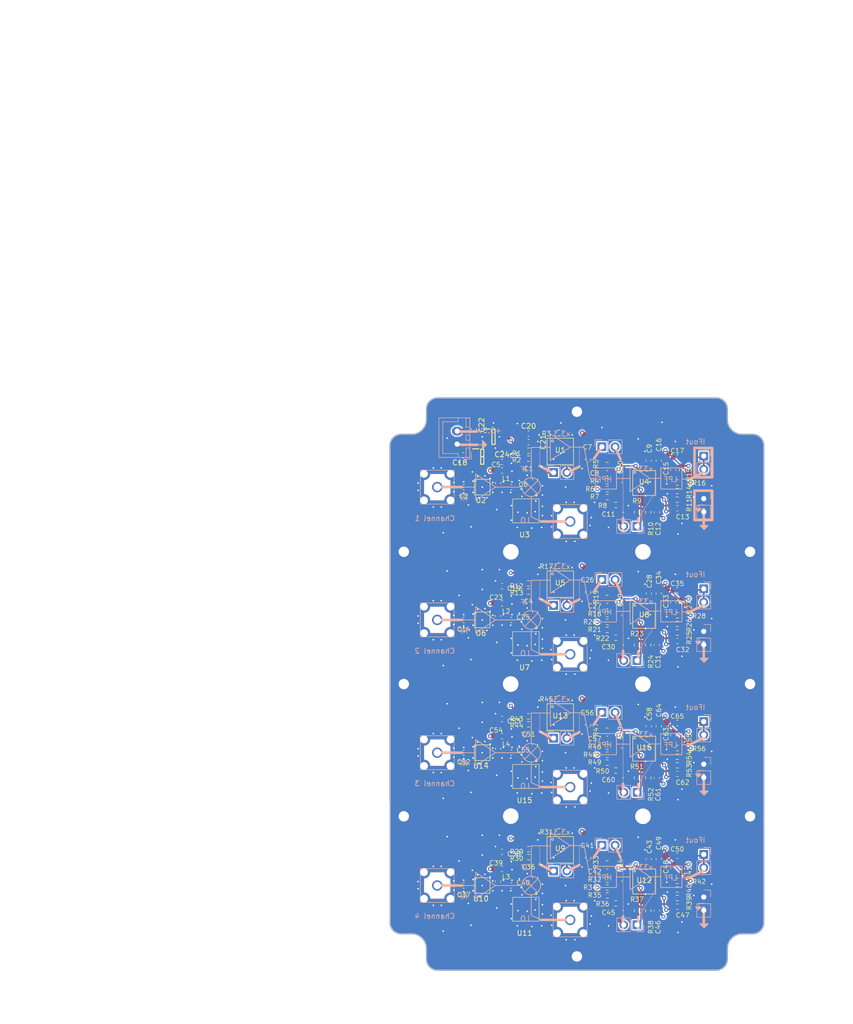
<source format=kicad_pcb>
(kicad_pcb (version 20221018) (generator pcbnew)
  (layers (0 "F.Cu" signal) (1 "In1.Cu" signal) (2 "In2.Cu" signal) (31 "B.Cu" signal) (34 "B.Paste" user) (35 "F.Paste" user) (36 "B.SilkS" user "B.Silkscreen") (37 "F.SilkS" user "F.Silkscreen") (38 "B.Mask" user) (39 "F.Mask" user) (44 "Edge.Cuts" user))
  (net 0 "")
  (net 1 "/RX_singleChannel/IF")
  (net 2 "GND")
  (net 3 "Net-(J1-Pin_1)")
  (net 4 "Net-(J1-Pin_2)")
  (net 5 "Net-(C7-Pad2)")
  (net 6 "Net-(J2-Pin_2)")
  (net 7 "Net-(J3-Pin_1)")
  (net 8 "Net-(J3-Pin_2)")
  (net 9 "Net-(C2-Pad1)")
  (net 10 "Net-(U2-RFin)")
  (net 11 "Net-(C12-Pad1)")
  (net 12 "Net-(C13-Pad1)")
  (net 13 "+5V")
  (net 14 "Net-(R7-Pad1)")
  (net 15 "Net-(J6-Pin_1)")
  (net 16 "Net-(U2-RFout&DCin)")
  (net 17 "Net-(U3-RF)")
  (net 18 "Net-(U4A-in+)")
  (net 19 "Net-(C11-Pad2)")
  (net 20 "+2.5V")
  (net 21 "Net-(U4C-Out)")
  (net 22 "Net-(C15-Pad1)")
  (net 23 "Net-(C16-Pad1)")
  (net 24 "Net-(U4D-Out)")
  (net 25 "Vin")
  (net 28 "Net-(U1-in-)")
  (net 29 "Net-(U3-LO)")
  (net 33 "/RX_singleChannel1/IF")
  (net 34 "Net-(J5-Pin_1)")
  (net 35 "Net-(C14-Pad1)")
  (net 36 "Net-(U6-RFin)")
  (net 37 "Net-(U6-RFout&DCin)")
  (net 38 "Net-(U7-RF)")
  (net 39 "Net-(J5-Pin_2)")
  (net 40 "Net-(C26-Pad2)")
  (net 41 "Net-(U8A-in+)")
  (net 42 "Net-(J8-Pin_2)")
  (net 43 "Net-(J9-Pin_1)")
  (net 44 "Net-(J9-Pin_2)")
  (net 45 "Net-(C30-Pad2)")
  (net 46 "Net-(C31-Pad1)")
  (net 47 "Net-(C32-Pad1)")
  (net 48 "Net-(U8C-Out)")
  (net 49 "Net-(C33-Pad1)")
  (net 50 "Net-(C34-Pad1)")
  (net 51 "Net-(U8D-Out)")
  (net 52 "Net-(J10-Pin_1)")
  (net 53 "/RX_singleChannel2/IF")
  (net 54 "Net-(J12-Pin_1)")
  (net 55 "Net-(C37-Pad1)")
  (net 56 "Net-(U10-RFin)")
  (net 57 "Net-(U10-RFout&DCin)")
  (net 58 "Net-(U11-RF)")
  (net 59 "Net-(J12-Pin_2)")
  (net 60 "Net-(C41-Pad2)")
  (net 61 "Net-(U12A-in+)")
  (net 62 "Net-(J13-Pin_2)")
  (net 63 "Net-(J14-Pin_1)")
  (net 64 "Net-(J14-Pin_2)")
  (net 65 "Net-(C45-Pad2)")
  (net 66 "Net-(C46-Pad1)")
  (net 67 "Net-(C47-Pad1)")
  (net 68 "Net-(U12C-Out)")
  (net 69 "Net-(C48-Pad1)")
  (net 70 "Net-(C49-Pad1)")
  (net 71 "Net-(U12D-Out)")
  (net 72 "Net-(J15-Pin_1)")
  (net 73 "/RX_singleChannel3/IF")
  (net 74 "Net-(J17-Pin_1)")
  (net 75 "Net-(C52-Pad1)")
  (net 76 "Net-(U14-RFin)")
  (net 77 "Net-(U14-RFout&DCin)")
  (net 78 "Net-(U15-RF)")
  (net 79 "Net-(J17-Pin_2)")
  (net 80 "Net-(C56-Pad2)")
  (net 81 "Net-(U16A-in+)")
  (net 82 "Net-(J18-Pin_2)")
  (net 83 "Net-(J19-Pin_1)")
  (net 84 "Net-(J19-Pin_2)")
  (net 85 "Net-(C60-Pad2)")
  (net 86 "Net-(C61-Pad1)")
  (net 87 "Net-(C62-Pad1)")
  (net 88 "Net-(U16C-Out)")
  (net 89 "Net-(C63-Pad1)")
  (net 90 "Net-(C64-Pad1)")
  (net 91 "Net-(U16D-Out)")
  (net 92 "Net-(J20-Pin_1)")
  (net 93 "Net-(U5-in-)")
  (net 94 "Net-(R21-Pad1)")
  (net 95 "Net-(U9-in-)")
  (net 96 "Net-(R35-Pad1)")
  (net 97 "Net-(U13-in-)")
  (net 98 "Net-(R49-Pad1)")
  (net 99 "Net-(U7-LO)")
  (net 100 "Net-(U11-LO)")
  (net 101 "Net-(U15-LO)")
  (footprint "Music_Lab:SIM73L" (layer "F.Cu") (at 141.731 147.112 180)
    (fp_text reference "U11")
    (fp_text value "~" hide)
  )
  (footprint "Capacitor_SMD:C_0603_1608Metric_revised" (layer "F.Cu") (at 167.258 137.46 -90)
    (fp_text reference "C49")
    (fp_text value "750p" hide)
  )
  (footprint "Music_Lab:DC_SOT95P280X145-5N" (layer "F.Cu") (at 135.509 56.388)
    (fp_text reference "IC1" hide)
    (fp_text value "TPS7A2025PDBVR" hide)
  )
  (footprint "Resistor_SMD:R_0603_1608Metric_revised" (layer "F.Cu") (at 148.081 106.626)
    (fp_text reference "R45")
    (fp_text value "3.3k" hide)
  )
  (footprint "Resistor_SMD:R_0603_1608Metric_revised" (layer "F.Cu") (at 163.067 147.366 90)
    (fp_text reference "R37")
    (fp_text value "6.2k" hide)
  )
  (footprint "Resistor_SMD:R_0603_1608Metric_revised" (layer "F.Cu") (at 170.814 119.453 180)
    (fp_text reference "R53")
    (fp_text value "8.2k" hide)
  )
  (footprint "Capacitor_SMD:C_0603_1608Metric_revised" (layer "F.Cu") (at 137.159 113.865)
    (fp_text reference "C54")
    (fp_text value "1 nF" hide)
  )
  (footprint "Capacitor_SMD:C_0603_1608Metric_revised" (layer "F.Cu") (at 159.638 141.651 -90)
    (fp_text reference "C44")
    (fp_text value "1u" hide)
  )
  (footprint "Capacitor_SMD:C_0603_1608Metric_revised" (layer "F.Cu") (at 153.669 86.206 -90)
    (fp_text reference "C26")
    (fp_text value "200p" hide)
  )
  (footprint "Resistor_SMD:R_0603_1608Metric_revised" (layer "F.Cu") (at 157.352 87.3236)
    (fp_text reference "R19")
    (fp_text value "7.5k" hide)
  )
  (footprint "Capacitor_SMD:C_0603_1608Metric_revised" (layer "F.Cu") (at 160.401 71.374)
    (fp_text reference "C11")
    (fp_text value "1u" hide)
  )
  (footprint "Capacitor_SMD:C_0603_1608Metric_revised" (layer "F.Cu") (at 138.938 66.04)
    (fp_text reference "C6")
    (fp_text value "22 uF" hide)
  )
  (footprint "Music_Lab:DC_SOT95P280X145-5N" (layer "F.Cu") (at 133.35 60.198)
    (fp_text reference "IC2" hide)
    (fp_text value "TPS7A2050PDBVR" hide)
  )
  (footprint "Resistor_SMD:R_0603_1608Metric_revised" (layer "F.Cu") (at 170.815 66.802)
    (fp_text reference "R14")
    (fp_text value "2.2k" hide)
  )
  (footprint "Resistor_SMD:R_0603_1608Metric_revised" (layer "F.Cu") (at 157.353 66.421 180)
    (fp_text reference "R6")
    (fp_text value "1k" hide)
  )
  (footprint "Capacitor_SMD:C_0603_1608Metric_revised" (layer "F.Cu") (at 137.16 61.214)
    (fp_text reference "C24")
    (fp_text value "1uf")
  )
  (footprint "Resistor_SMD:R_0603_1608Metric_revised" (layer "F.Cu") (at 171.704 62.738 90)
    (fp_text reference "R15")
    (fp_text value "100k" hide)
  )
  (footprint "Inductor_SMD:L_0603_1608Metric_revised" (layer "F.Cu") (at 136.397 116.278 -90)
    (fp_text reference "L4")
    (fp_text value "15 nH" hide)
  )
  (footprint "Resistor_SMD:R_0603_1608Metric_revised" (layer "F.Cu") (at 171.703 88.238 90)
    (fp_text reference "R27")
    (fp_text value "100k" hide)
  )
  (footprint "Resistor_SMD:R_0603_1608Metric_revised" (layer "F.Cu") (at 142.239 111.579 180)
    (fp_text reference "R44")
    (fp_text value "1k" hide)
  )
  (footprint "Capacitor_SMD:C_0603_1608Metric_revised" (layer "F.Cu") (at 170.815 70.104 180)
    (fp_text reference "C13")
    (fp_text value "120p" hide)
  )
  (footprint "Capacitor_SMD:C_0603_1608Metric_revised" (layer "F.Cu") (at 142.24 57.404)
    (fp_text reference "C21")
    (fp_text value "4.7uF")
  )
  (footprint "Capacitor_SMD:C_0603_1608Metric_revised" (layer "F.Cu") (at 143.51 64.516 90)
    (fp_text reference "C1")
    (fp_text value "1u" hide)
  )
  (footprint "Capacitor_SMD:C_0603_1608Metric_revised" (layer "F.Cu") (at 165.354 60.96 90)
    (fp_text reference "C9")
    (fp_text value "2.2u" hide)
  )
  (footprint "Resistor_SMD:R_0603_1608Metric_revised" (layer "F.Cu") (at 142.239 84.555 180)
    (fp_text reference "R12")
    (fp_text value "1k" hide)
  )
  (footprint "Capacitor_SMD:C_0603_1608Metric_revised" (layer "F.Cu") (at 166.878 70.866 -90)
    (fp_text reference "C12")
    (fp_text value "100p" hide)
  )
  (footprint "Resistor_SMD:R_0603_1608Metric_revised" (layer "F.Cu") (at 171.703 113.738 90)
    (fp_text reference "R55")
    (fp_text value "100k" hide)
  )
  (footprint "Capacitor_SMD:C_0603_1608Metric_revised" (layer "F.Cu") (at 153.67 60.706 -90)
    (fp_text reference "C7")
    (fp_text value "200p" hide)
  )
  (footprint "Resistor_SMD:R_0603_1608Metric_revised" (layer "F.Cu") (at 159.003 120.469)
    (fp_text reference "R50")
    (fp_text value "33k" hide)
  )
  (footprint "Music_Lab:OPA1611-SOIC8" (layer "F.Cu") (at 150.26 82.777)
    (fp_text reference "U5")
    (fp_text value "OPA1611_SOIC8")
  )
  (footprint "Music_Lab:TL974IPWR" (layer "F.Cu") (at 164.465 65.532)
    (fp_text reference "U4")
    (fp_text value "~")
  )
  (footprint "Capacitor_SMD:C_0603_1608Metric_revised" (layer "F.Cu") (at 159.638 116.151 -90)
    (fp_text reference "C59")
    (fp_text value "1u" hide)
  )
  (footprint "Resistor_SMD:R_0603_1608Metric_revised" (layer "F.Cu") (at 170.815 65.151 180)
    (fp_text reference "R16")
    (fp_text value "3.9k" hide)
  )
  (footprint "Capacitor_SMD:C_0603_1608Metric_revised" (layer "F.Cu") (at 143.509 90.016 90)
    (fp_text reference "C4")
    (fp_text value "1u" hide)
  )
  (footprint "Capacitor_SMD:C_0603_1608Metric_revised" (layer "F.Cu") (at 167.258 111.96 -90)
    (fp_text reference "C64")
    (fp_text value "750p" hide)
  )
  (footprint "Resistor_SMD:R_0603_1608Metric_revised" (layer "F.Cu") (at 163.067 121.866 90)
    (fp_text reference "R51")
    (fp_text value "6.2k" hide)
  )
  (footprint "Capacitor_SMD:C_0603_1608Metric_revised" (layer "F.Cu") (at 165.353 137.46 90)
    (fp_text reference "C43")
    (fp_text value "2.2u" hide)
  )
  (footprint "Capacitor_SMD:C_0603_1608Metric_revised" (layer "F.Cu") (at 138.937 117.04)
    (fp_text reference "C55")
    (fp_text value "22 uF" hide)
  )
  (footprint "Music_Lab:PMA3-63GLN+" (layer "F.Cu") (at 133.349 117.04)
    (fp_text reference "U14")
    (fp_text value "PMA-63GLN+")
  )
  (footprint "Capacitor_SMD:C_0603_1608Metric_revised" (layer "F.Cu") (at 138.937 142.54)
    (fp_text reference "C40")
    (fp_text value "22 uF" hide)
  )
  (footprint "Resistor_SMD:R_0603_1608Metric_revised" (layer "F.Cu") (at 142.239 86.079 180)
    (fp_text reference "R13")
    (fp_text value "1k" hide)
  )
  (footprint "Resistor_SMD:R_0603_1608Metric_revised" (layer "F.Cu") (at 148.081 132.126)
    (fp_text reference "R31")
    (fp_text value "3.3k" hide)
  )
  (footprint "Resistor_SMD:R_0603_1608Metric_revised" (layer "F.Cu") (at 157.352 138.3236)
    (fp_text reference "R33")
    (fp_text value "7.5k" hide)
  )
  (footprint "Capacitor_SMD:C_0603_1608Metric_revised" (layer "F.Cu") (at 170.814 85.825)
    (fp_text reference "C35")
    (fp_text value "1u" hide)
  )
  (footprint "Resistor_SMD:R_0603_1608Metric_revised" (layer "F.Cu") (at 157.352 142.921 180)
    (fp_text reference "R34")
    (fp_text value "1k" hide)
  )
  (footprint "Resistor_SMD:R_0603_1608Metric_revised" (layer "F.Cu") (at 165.226 121.866 -90)
    (fp_text reference "R52")
    (fp_text value "100k" hide)
  )
  (footprint "Capacitor_SMD:C_0603_1608Metric_revised" (layer "F.Cu") (at 137.159 88.365)
    (fp_text reference "C23")
    (fp_text value "1 nF" hide)
  )
  (footprint "Capacitor_SMD:C_0603_1608Metric_revised" (layer "F.Cu") (at 166.877 147.366 -90)
    (fp_text reference "C46")
    (fp_text value "100p" hide)
  )
  (footprint "Resistor_SMD:R_0603_1608Metric_revised" (layer "F.Cu") (at 142.239 137.079 180)
    (fp_text reference "R30")
    (fp_text value "1k" hide)
  )
  (footprint "Resistor_SMD:R_0603_1608Metric_revised" (layer "F.Cu") (at 171.703 139.238 90)
    (fp_text reference "R41")
    (fp_text value "100k" hide)
  )
  (footprint "Capacitor_SMD:C_0603_1608Metric_revised" (layer "F.Cu") (at 137.16 62.865)
    (fp_text reference "C5")
    (fp_text value "1 nF" hide)
  )
  (footprint "Capacitor_SMD:C_0603_1608Metric_revised" (layer "F.Cu") (at 129.793 142.54)
    (fp_text reference "C37")
    (fp_text value "22 uF" hide)
  )
  (footprint "Music_Lab:TL974IPWR" (layer "F.Cu") (at 164.464 91.032)
    (fp_text reference "U8")
    (fp_text value "~")
  )
  (footprint "Capacitor_SMD:C_0603_1608Metric_revised" (layer "F.Cu") (at 157.352 88.873)
    (fp_text reference "C27")
    (fp_text value "110p" hide)
  )
  (footprint "Capacitor_SMD:C_0603_1608Metric_revised" (layer "F.Cu") (at 129.793 117.04)
    (fp_text reference "C52")
    (fp_text value "22 uF" hide)
  )
  (footprint "Resistor_SMD:R_0603_1608Metric_revised" (layer "F.Cu") (at 170.814 141.651 180)
    (fp_text reference "R42")
    (fp_text value "3.9k" hide)
  )
  (footprint "Resistor_SMD:R_0603_1608Metric_revised" (layer "F.Cu") (at 159.003 94.969)
    (fp_text reference "R22")
    (fp_text value "33k" hide)
  )
  (footprint "Music_Lab:SIM73L" (layer "F.Cu") (at 141.731 96.112 180)
    (fp_text reference "U7")
    (fp_text value "~" hide)
  )
  (footprint "Resistor_SMD:R_0603_1608Metric_revised" (layer "F.Cu") (at 157.352 93.445 180)
    (fp_text reference "R21")
    (fp_text value "1k" hide)
  )
  (footprint "Music_Lab:SIM73L" (layer "F.Cu") (at 141.731 121.612 180)
    (fp_text reference "U15")
    (fp_text value "~" hide)
  )
  (footprint "Resistor_SMD:R_0603_1608Metric_revised" (layer "F.Cu") (at 157.353 61.8236)
    (fp_text reference "R5")
    (fp_text value "7.5k" hide)
  )
  (footprint "Resistor_SMD:R_0603_1608Metric_revised" (layer "F.Cu") (at 157.352 118.945 180)
    (fp_text reference "R49")
    (fp_text value "1k" hide)
  )
  (footprint "Capacitor_SMD:C_0603_1608Metric_revised" (layer "F.Cu") (at 160.4 122.374)
    (fp_text reference "C60")
    (fp_text value "1u" hide)
  )
  (footprint "Capacitor_SMD:C_0603_1608Metric_revised" (layer "F.Cu") (at 170.814 146.604 180)
    (fp_text reference "C47")
    (fp_text value "120p" hide)
  )
  (footprint "Capacitor_SMD:C_0603_1608Metric_revised" (layer "F.Cu") (at 137.159 110.563)
    (fp_text reference "C53")
    (fp_text value "4.7 uF" hide)
  )
  (footprint "Resistor_SMD:R_0603_1608Metric_revised" (layer "F.Cu") (at 148.082 55.626)
    (fp_text reference "R3")
    (fp_text value "3.3k" hide)
  )
  (footprint "Resistor_SMD:R_0603_1608Metric_revised" (layer "F.Cu") (at 165.226 96.366 -90)
    (fp_text reference "R24")
    (fp_text value "100k" hide)
  )
  (footprint "Music_Lab:PMA3-63GLN+" (layer "F.Cu") (at 133.35 66.04)
    (fp_text reference "U2")
    (fp_text value "PMA-63GLN+")
  )
  (footprint "Capacitor_SMD:C_0603_1608Metric_revised" (layer "F.Cu") (at 129.68 59.944 180)
    (fp_text reference "C18")
    (fp_text value "1uf")
  )
  (footprint "Resistor_SMD:R_0603_1608Metric_revised" (layer "F.Cu") (at 159.003 145.969)
    (fp_text reference "R36")
    (fp_text value "33k" hide)
  )
  (footprint "Resistor_SMD:R_0603_1608Metric_revised" (layer "F.Cu") (at 142.239 110.055 180)
    (fp_text reference "R43")
    (fp_text value "1k" hide)
  )
  (footprint "Capacitor_SMD:C_0603_1608Metric_revised" (layer "F.Cu") (at 157.353 63.373)
    (fp_text reference "C8")
    (fp_text value "110p" hide)
  )
  (footprint "Resistor_SMD:R_0603_1608Metric_revised" (layer "F.Cu") (at 157.352 112.8236)
    (fp_text reference "R47")
    (fp_text value "7.5k" hide)
  )
  (footprint "Resistor_SMD:R_0603_1608Metric_revised" (layer "F.Cu") (at 165.227 70.866 -90)
    (fp_text reference "R10")
    (fp_text value "100k" hide)
  )
  (footprint "Capacitor_SMD:C_0603_1608Metric_revised" (layer "F.Cu") (at 167.259 60.96 -90)
    (fp_text reference "C16")
    (fp_text value "750p" hide)
  )
  (footprint "Music_Lab:PMA3-63GLN+" (layer "F.Cu") (at 133.349 142.54)
    (fp_text reference "U10")
    (fp_text value "PMA-63GLN+")
  )
  (footprint "Capacitor_SMD:C_0603_1608Metric_revised" (layer "F.Cu") (at 165.353 111.96 90)
    (fp_text reference "C58")
    (fp_text value "2.2u" hide)
  )
  (footprint "Resistor_SMD:R_0603_1608Metric_revised" (layer "F.Cu") (at 170.814 93.953 180)
    (fp_text reference "R25")
    (fp_text value "8.2k" hide)
  )
  (footprint "Music_Lab:TL974IPWR" (layer "F.Cu") (at 164.464 116.532)
    (fp_text reference "U16")
    (fp_text value "~")
  )
  (footprint "Resistor_SMD:R_0603_1608Metric_revised" (layer "F.Cu") (at 165.226 147.366 -90)
    (fp_text reference "R38")
    (fp_text value "100k" hide)
  )
  (footprint "Capacitor_SMD:C_0603_1608Metric_revised" (layer "F.Cu") (at 157.352 114.373)
    (fp_text reference "C57")
    (fp_text value "110p" hide)
  )
  (footprint "Capacitor_SMD:C_0603_1608Metric_revised" (layer "F.Cu") (at 129.794 66.04)
    (fp_text reference "C2")
    (fp_text value "22 uF" hide)
  )
  (footprint "Resistor_SMD:R_0603_1608Metric_revised" (layer "F.Cu") (at 157.352 90.397)
    (fp_text reference "R18")
    (fp_text value "16k" hide)
  )
  (footprint "Resistor_SMD:R_0603_1608Metric_revised" (layer "F.Cu") (at 170.814 144.953 180)
    (fp_text reference "R39")
    (fp_text value "8.2k" hide)
  )
  (footprint "Resistor_SMD:R_0603_1608Metric_revised" (layer "F.Cu") (at 157.353 67.945 180)
    (fp_text reference "R7")
    (fp_text value "1k" hide)
  )
  (footprint "Capacitor_SMD:C_0603_1608Metric_revised" (layer "F.Cu") (at 137.159 136.063)
    (fp_text reference "C38")
    (fp_text value "4.7 uF" hide)
  )
  (footprint "Resistor_SMD:R_0603_1608Metric_revised" (layer "F.Cu") (at 170.814 116.151 180)
    (fp_text reference "R56")
    (fp_text value "3.9k" hide)
  )
  (footprint "Capacitor_SMD:C_0603_1608Metric_revised" (layer "F.Cu") (at 159.638 90.651 -90)
    (fp_text reference "C29")
    (fp_text value "1u" hide)
  )
  (footprint "Capacitor_SMD:C_0603_1608Metric_revised" (layer "F.Cu") (at 166.877 121.866 -90)
    (fp_text reference "C61")
    (fp_text value "100p" hide)
  )
  (footprint "Resistor_SMD:R_0603_1608Metric_revised" (layer "F.Cu") (at 142.24 60.579 180)
    (fp_text reference "R2")
    (fp_text value "1k" hide)
  )
  (footprint "Capacitor_SMD:C_0603_1608Metric_revised" (layer "F.Cu") (at 170.052 88.238 90)
    (fp_text reference "C33")
    (fp_text value "100p" hide)
  )
  (footprint "Resistor_SMD:R_0603_1608Metric_revised" (layer "F.Cu") (at 170.814 92.302)
    (fp_text reference "R26")
    (fp_text value "2.2k" hide)
  )
  (footprint "Capacitor_SMD:C_0603_1608Metric_revised" (layer "F.Cu") (at 165.353 86.46 90)
    (fp_text reference "C28")
    (fp_text value "2.2u" hide)
  )
  (footprint "Capacitor_SMD:C_0603_1608Metric_revised" (layer "F.Cu") (at 157.352 139.873)
    (fp_text reference "C42")
    (fp_text value "110p" hide)
  )
  (footprint "Resistor_SMD:R_0603_1608Metric_revised" (layer "F.Cu") (at 157.352 144.445 180)
    (fp_text reference "R35")
    (fp_text value "1k" hide)
  )
  (footprint "Resistor_SMD:R_0603_1608Metric_revised" (layer "F.Cu") (at 148.081 81.126)
    (fp_text reference "R17")
    (fp_text value "3.3k" hide)
  )
  (footprint "Capacitor_SMD:C_0603_1608Metric_revised" (layer "F.Cu") (at 142.24 55.753)
    (fp_text reference "C20")
    (fp_text value "1uf")
  )
  (footprint "Capacitor_SMD:C_0603_1608Metric_revised" (layer "F.Cu") (at 170.814 136.825)
    (fp_text reference "C50")
    (fp_text value "1u" hide)
  )
  (footprint "Resistor_SMD:R_0603_1608Metric_revised" (layer "F.Cu") (at 170.814 90.651 180)
    (fp_text reference "R28")
    (fp_text value "3.9k" hide)
  )
  (footprint "Capacitor_SMD:C_0603_1608Metric_revised" (layer "F.Cu") (at 170.052 113.738 90)
    (fp_text reference "C63")
    (fp_text value "100p" hide)
  )
  (footprint "Music_Lab:OPA1611-SOIC8" (layer "F.Cu") (at 150.26 108.277)
    (fp_text reference "U13")
    (fp_text value "OPA1611_SOIC8")
  )
  (footprint "Capacitor_SMD:C_0603_1608Metric_revised" (layer "F.Cu") (at 143.509 141.016 90)
    (fp_text reference "C36")
    (fp_text value "1u" hide)
  )
  (footprint "Capacitor_SMD:C_0603_1608Metric_revised" (layer "F.Cu") (at 160.4 147.874)
    (fp_text reference "C45")
    (fp_text value "1u" hide)
  )
  (footprint "Capacitor_SMD:C_0603_1608Metric_revised" (layer "F.Cu") (at 159.639 65.151 -90)
    (fp_text reference "C10")
    (fp_text value "1u" hide)
  )
  (footprint "Resistor_SMD:R_0603_1608Metric_revised" (layer "F.Cu") (at 170.815 68.453 180)
    (fp_text reference "R11")
    (fp_text value "8.2k" hide)
  )
  (footprint "Resistor_SMD:R_0603_1608Metric_revised" (layer "F.Cu") (at 163.068 70.866 90)
    (fp_text reference "R9")
    (fp_text value "6.2k" hide)
  )
  (footprint "Music_Lab:OPA1611-SOIC8" (layer "F.Cu") (at 150.261 57.277)
    (fp_text reference "U1")
    (fp_text value "OPA1611_SOIC8")
  )
  (footprint "Capacitor_SMD:C_0603_1608Metric_revised" (layer "F.Cu") (at 170.052 139.238 90)
    (fp_text reference "C48")
    (fp_text value "100p" hide)
  )
  (footprint "Inductor_SMD:L_0603_1608Metric_revised" (layer "F.Cu") (at 136.397 90.778 -90)
    (fp_text reference "L2")
    (fp_text value "15 nH" hide)
  )
  (footprint "Resistor_SMD:R_0603_1608Metric_revised" (layer "F.Cu") (at 157.352 91.921 180)
    (fp_text reference "R20")
    (fp_text value "1k" hide)
  )
  (footprint "Resistor_SMD:R_0603_1608Metric_revised" (layer "F.Cu") (at 142.239 135.555 180)
    (fp_text reference "R29")
    (fp_text value "1k" hide)
  )
  (footprint "Capacitor_SMD:C_0603_1608Metric_revised" (layer "F.Cu") (at 170.814 121.104 180)
    (fp_text reference "C62")
    (fp_text value "120p" hide)
  )
  (footprint "Inductor_SMD:L_0603_1608Metric_revised" (layer "F.Cu") (at 136.398 65.278 -90)
    (fp_text reference "L1")
    (fp_text value "15 nH" hide)
  )
  (footprint "Music_Lab:SIM73L" (layer "F.Cu") (at 141.732 70.612 180)
    (fp_text reference "U3")
    (fp_text value "~" hide)
  )
  (footprint "Resistor_SMD:R_0603_1608Metric_revised" (layer "F.Cu") (at 142.24 59.055 180)
    (fp_text reference "R1")
    (fp_text value "1k" hide)
  )
  (footprint "Capacitor_SMD:C_0603_1608Metric_revised" (layer "F.Cu") (at 131.699 54.877 90)
    (fp_text reference "C22")
    (fp_text value "1uf")
  )
  (footprint "Resistor_SMD:R_0603_1608Metric_revised" (layer "F.Cu") (at 170.814 117.802)
    (fp_text reference "R54")
    (fp_text value "2.2k" hide)
  )
  (footprint "Resistor_SMD:R_0603_1608Metric_revised" (layer "F.Cu") (at 157.352 141.397)
    (fp_text reference "R32")
    (fp_text value "16k" hide)
  )
  (footprint "Capacitor_SMD:C_0603_1608Metric_revised" (layer "F.Cu") (at 143.509 115.516 90)
    (fp_text reference "C51")
    (fp_text value "1u" hide)
  )
  (footprint "Music_Lab:Outline_8x5_cavity_20230723(2mm)" (layer "F.Cu") (at 40.979381 -27.243516 90)
    (fp_text reference "outline1" hide)
    (fp_text value "~" hide)
    (fp_poly (pts (arc (start -80.3038 139.405619) (mid -82.354475 140.255651) (end -83.2038 142.306619)) (arc (start -83.2038 144.305619) (mid -83.818881 145.790538) (end -85.3038 146.405619)) (arc (start -176.904432 146.405619) (mid -178.389367 145.790554) (end -179.004432 144.305619)) (arc (start -179.004432 142.306619) (mid -179.853772 140.255667) (end -181.904432 139.405619)) (arc (start -183.905432 139.405619) (mid -185.378595 138.801831) (end -186.0042 137.3378)) (arc (start -186.0042 83.805619) (mid -185.389776 82.32075) (end -183.9052 81.705619)) (arc (start -181.904432 81.705619) (mid -179.853753 80.855591) (end -179.004432 78.804619)) (arc (start -179.004432 76.805619) (mid -178.389347 75.320704) (end -176.904432 74.705619)) (arc (start -85.3038 74.705619) (mid -83.818853 75.320672) (end -83.2038 76.805619)) (arc (start -83.2038 78.804619) (mid -82.354448 80.855559) (end -80.3038 81.705619)) (arc (start -78.3028 81.705619) (mid -76.818207 82.320733) (end -76.2038 83.805619)) (arc (start -76.2038 137.305619) (mid -76.818234 138.790478) (end -78.3028 139.405619))) (stroke (width 0.1)) (fill none) (layer "Edge.Cuts"))
  )
  (footprint "Capacitor_SMD:C_0603_1608Metric_revised" (layer "F.Cu") (at 167.258 86.46 -90)
    (fp_text reference "C34")
    (fp_text value "750p" hide)
  )
  (footprint "Capacitor_SMD:C_0603_1608Metric_revised" (layer "F.Cu") (at 166.877 96.366 -90)
    (fp_text reference "C31")
    (fp_text value "100p" hide)
  )
  (footprint "Capacitor_SMD:C_0603_1608Metric_revised" (layer "F.Cu") (at 129.793 91.54)
    (fp_text reference "C14")
    (fp_text value "22 uF" hide)
  )
  (footprint "Capacitor_SMD:C_0603_1608Metric_revised" (layer "F.Cu") (at 137.16 59.563)
    (fp_text reference "C3")
    (fp_text value "4.7 uF" hide)
  )
  (footprint "Capacitor_SMD:C_0603_1608Metric_revised" (layer "F.Cu") (at 137.159 85.063)
    (fp_text reference "C19")
    (fp_text value "4.7 uF" hide)
  )
  (footprint "Capacitor_SMD:C_0603_1608Metric_revised" (layer "F.Cu") (at 170.053 62.738 90)
    (fp_text reference "C15")
    (fp_text value "100p" hide)
  )
  (footprint "Music_Lab:TL974IPWR" (layer "F.Cu") (at 164.464 142.032)
    (fp_text reference "U12")
    (fp_text value "~")
  )
  (footprint "Resistor_SMD:R_0603_1608Metric_revised" (layer "F.Cu") (at 159.004 69.469)
    (fp_text reference "R8")
    (fp_text value "33k" hide)
  )
  (footprint "Capacitor_SMD:C_0603_1608Metric_revised" (layer "F.Cu") (at 137.159 139.365)
    (fp_text reference "C39")
    (fp_text value "1 nF" hide)
  )
  (footprint "Inductor_SMD:L_0603_1608Metric_revised" (layer "F.Cu") (at 136.397 141.778 -90)
    (fp_text reference "L3")
    (fp_text value "15 nH" hide)
  )
  (footprint "Resistor_SMD:R_0603_1608Metric_revised" (layer "F.Cu") (at 163.067 96.366 90)
    (fp_text reference "R23")
    (fp_text value "6.2k" hide)
  )
  (footprint "Capacitor_SMD:C_0603_1608Metric_revised" (layer "F.Cu") (at 170.815 60.325)
    (fp_text reference "C17")
    (fp_text value "1u" hide)
  )
  (footprint "Music_Lab:OPA1611-SOIC8" (layer "F.Cu") (at 150.26 133.777)
    (fp_text reference "U9")
    (fp_text value "OPA1611_SOIC8")
  )
  (footprint "Capacitor_SMD:C_0603_1608Metric_revised" (layer "F.Cu") (at 153.669 111.706 -90)
    (fp_text reference "C56")
    (fp_text value "200p" hide)
  )
  (footprint "Capacitor_SMD:C_0603_1608Metric_revised" (layer "F.Cu") (at 160.4 96.874)
    (fp_text reference "C30")
    (fp_text value "1u" hide)
  )
  (footprint "Resistor_SMD:R_0603_1608Metric_revised" (layer "F.Cu") (at 157.352 115.897)
    (fp_text reference "R46")
    (fp_text value "16k" hide)
  )
  (footprint "Capacitor_SMD:C_0603_1608Metric_revised" (layer "F.Cu") (at 153.669 137.206 -90)
    (fp_text reference "C41")
    (fp_text value "200p" hide)
  )
  (footprint "Resistor_SMD:R_0603_1608Metric_revised" (layer "F.Cu") (at 170.814 143.302)
    (fp_text reference "R40")
    (fp_text value "2.2k" hide)
  )
  (footprint "Capacitor_SMD:C_0603_1608Metric_revised" (layer "F.Cu") (at 170.814 111.325)
    (fp_text reference "C65")
    (fp_text value "1u" hide)
  )
  (footprint "Music_Lab:PMA3-63GLN+" (layer "F.Cu") (at 133.349 91.54)
    (fp_text reference "U6")
    (fp_text value "PMA-63GLN+")
  )
  (footprint "Resistor_SMD:R_0603_1608Metric_revised" (layer "F.Cu") (at 157.352 117.421 180)
    (fp_text reference "R48")
    (fp_text value "1k" hide)
  )
  (footprint "Resistor_SMD:R_0603_1608Metric_revised" (layer "F.Cu") (at 157.353 64.897)
    (fp_text reference "R4")
    (fp_text value "16k" hide)
  )
  (footprint "Capacitor_SMD:C_0603_1608Metric_revised" (layer "F.Cu") (at 138.937 91.54)
    (fp_text reference "C25")
    (fp_text value "22 uF" hide)
  )
  (footprint "Capacitor_SMD:C_0603_1608Metric_revised" (layer "F.Cu") (at 170.814 95.604 180)
    (fp_text reference "C32")
    (fp_text value "120p" hide)
  )
  (footprint "Connector_JST:JST_XH_B2B-XH-A_1x02_P2.50mm_Vertical" (layer "B.Cu") (at 128.524 57.785 90)
    (fp_text reference "J4" hide)
    (fp_text value "Conn_01x02_Pin")
  )
  (footprint "Connector_PinHeader_2.54mm:PinHeader_1x02_P2.54mm_Vertical" (layer "B.Cu") (at 163.068 99.3394 90)
    (fp_text reference "J9" hide)
    (fp_text value "Conn_01x02" hide)
  )
  (footprint "Connector_PinHeader_2.54mm:PinHeader_1x02_P2.54mm_Vertical" (layer "B.Cu") (at 175.894 111.071 180)
    (fp_text reference "J20" hide)
    (fp_text value "Conn_01x02_Pin")
  )
  (footprint "Connector_PinHeader_2.54mm:PinHeader_1x02_P2.54mm_Vertical" (layer "B.Cu") (at 175.894 136.571 180)
    (fp_text reference "J15" hide)
    (fp_text value "Conn_01x02_Pin")
  )
  (footprint "Music_Lab:SMA_KHD" (layer "B.Cu") (at 124.713 91.54 180)
    (fp_text reference "SMA3" hide)
    (fp_text value "~" hide)
  )
  (footprint "Connector_PinHeader_2.54mm:PinHeader_1x02_P2.54mm_Vertical" (layer "B.Cu") (at 156.331 109.293 -90)
    (fp_text reference "J18" hide)
    (fp_text value "Conn_01x02" hide)
  )
  (footprint "Connector_PinHeader_2.54mm:PinHeader_1x02_P2.54mm_Vertical" (layer "B.Cu") (at 175.895 60.071 180)
    (fp_text reference "J6" hide)
    (fp_text value "Conn_01x02_Pin")
  )
  (footprint "Music_Lab:SMA_KHD" (layer "B.Cu") (at 124.713 117.04 180)
    (fp_text reference "SMA7" hide)
    (fp_text value "~" hide)
  )
  (footprint "Connector_PinHeader_2.54mm:PinHeader_1x02_P2.54mm_Vertical" (layer "B.Cu") (at 175.894 85.571 180)
    (fp_text reference "J10" hide)
    (fp_text value "Conn_01x02_Pin")
  )
  (footprint "Music_Lab:SMA_KHD" (layer "B.Cu") (at 124.714 66.04 180)
    (fp_text reference "SMA1" hide)
    (fp_text value "~" hide)
  )
  (footprint "Connector_PinHeader_2.54mm:PinHeader_1x02_P2.54mm_Vertical" (layer "B.Cu") (at 175.894 119.2498 180)
    (fp_text reference "J21" hide)
    (fp_text value "Conn_01x02_Pin")
  )
  (footprint "Music_Lab:SMA_KHD" (layer "B.Cu") (at 150.241 72.644 180)
    (fp_text reference "SMA2" hide)
    (fp_text value "~" hide)
  )
  (footprint "Connector_PinHeader_2.54mm:PinHeader_1x02_P2.54mm_Vertical" (layer "B.Cu") (at 156.331 134.793 -90)
    (fp_text reference "J13" hide)
    (fp_text value "Conn_01x02" hide)
  )
  (footprint "Connector_PinHeader_2.54mm:PinHeader_1x02_P2.54mm_Vertical" (layer "B.Cu") (at 175.894 144.7498 180)
    (fp_text reference "J16" hide)
    (fp_text value "Conn_01x02_Pin")
  )
  (footprint "Connector_PinHeader_2.54mm:PinHeader_1x02_P2.54mm_Vertical" (layer "B.Cu") (at 147.06 139.746 -90)
    (fp_text reference "J12" hide)
    (fp_text value "Conn_01x02" hide)
  )
  (footprint "Connector_PinHeader_2.54mm:PinHeader_1x02_P2.54mm_Vertical" (layer "B.Cu") (at 156.332 58.293 -90)
    (fp_text reference "J2" hide)
    (fp_text value "Conn_01x02" hide)
  )
  (footprint "Connector_PinHeader_2.54mm:PinHeader_1x02_P2.54mm_Vertical" (layer "B.Cu") (at 163.068 73.5584 90)
    (fp_text reference "J3" hide)
    (fp_text value "Conn_01x02" hide)
  )
  (footprint "Connector_PinHeader_2.54mm:PinHeader_1x02_P2.54mm_Vertical" (layer "B.Cu") (at 147.06 114.246 -90)
    (fp_text reference "J17" hide)
    (fp_text value "Conn_01x02" hide)
  )
  (footprint "Connector_PinHeader_2.54mm:PinHeader_1x02_P2.54mm_Vertical" (layer "B.Cu") (at 147.06 88.746 -90)
    (fp_text reference "J5" hide)
    (fp_text value "Conn_01x02" hide)
  )
  (footprint "Connector_PinHeader_2.54mm:PinHeader_1x02_P2.54mm_Vertical" (layer "B.Cu") (at 175.894 93.7498 180)
    (fp_text reference "J11" hide)
    (fp_text value "Conn_01x02_Pin")
  )
  (footprint "Connector_PinHeader_2.54mm:PinHeader_1x02_P2.54mm_Vertical" (layer "B.Cu") (at 163.0934 124.6378 90)
    (fp_text reference "J19" hide)
    (fp_text value "Conn_01x02" hide)
  )
  (footprint "Connector_PinHeader_2.54mm:PinHeader_1x02_P2.54mm_Vertical" (layer "B.Cu") (at 156.331 83.793 -90)
    (fp_text reference "J8" hide)
    (fp_text value "Conn_01x02" hide)
  )
  (footprint "Connector_PinHeader_2.54mm:PinHeader_1x02_P2.54mm_Vertical" (layer "B.Cu") (at 163.068 150.0886 90)
    (fp_text reference "J14" hide)
    (fp_text value "Conn_01x02" hide)
  )
  (footprint "Music_Lab:SMA_KHD" (layer "B.Cu") (at 150.24 98.144 180)
    (fp_text reference "SMA4" hide)
    (fp_text value "~" hide)
  )
  (footprint "Music_Lab:SMA_KHD" (layer "B.Cu") (at 124.713 142.54 180)
    (fp_text reference "SMA5" hide)
    (fp_text value "~" hide)
  )
  (footprint "Music_Lab:SMA_KHD" (layer "B.Cu") (at 150.24 149.144 180)
    (fp_text reference "SMA6" hide)
    (fp_text value "~" hide)
  )
  (footprint "Connector_PinHeader_2.54mm:PinHeader_1x02_P2.54mm_Vertical" (layer "B.Cu") (at 175.895 68.2498 180)
    (fp_text reference "J7" hide)
    (fp_text value "Conn_01x02_Pin")
  )
  (footprint "Music_Lab:SMA_KHD" (layer "B.Cu") (at 150.24 123.644 180)
    (fp_text reference "SMA8" hide)
    (fp_text value "~" hide)
  )
  (footprint "Connector_PinHeader_2.54mm:PinHeader_1x02_P2.54mm_Vertical" (layer "B.Cu") (at 147.061 63.246 -90)
    (fp_text reference "J1" hide)
    (fp_text value "Conn_01x02" hide)
  )
  (gr_line (start 160.4 112.595) (end 159.8995 111.706) (stroke (width 0.08)) (layer "B.SilkS"))
  (gr_poly (pts (xy 175.457664 95.650264) (xy 174.289264 95.650264) (xy 174.878 96.239)) (stroke (width 0.15)) (fill solid) (layer "B.SilkS"))
  (gr_poly (pts (xy 175.1955 124.406) (xy 176.7195 124.406) (xy 175.9575 125.168)) (stroke (width 0.2)) (fill solid) (layer "B.SilkS"))
  (gr_rect (start 167.639 113.357) (end 171.703 117.421) (stroke (width 0.15)) (fill none) (layer "B.SilkS"))
  (gr_poly (pts (xy 161.738385 112.809923) (xy 161.738385 117.889923) (xy 165.548385 115.349923)) (stroke (width 0.15)) (fill none) (layer "B.SilkS"))
  (gr_line (start 167.580385 89.849923) (end 165.649985 89.849923) (stroke (width 0.15)) (layer "B.SilkS"))
  (gr_line (start 155.066 115.389) (end 154.05 115.389) (stroke (width 0.15)) (layer "B.SilkS"))
  (gr_line (start 141.478 67.31) (end 143.93643 64.85157) (stroke (width 0.15)) (layer "B.SilkS"))
  (gr_line (start 174.9415 145.969) (end 174.9415 146.858) (stroke (width 0.15)) (layer "B.SilkS"))
  (gr_line (start 158.876 134.8784) (end 159.8995 137.206) (stroke (width 0.5)) (layer "B.SilkS"))
  (gr_line (start 152.907 83.867246) (end 154.05 89.889) (stroke (width 0.15)) (layer "B.SilkS"))
  (gr_line (start 150.30188 123.644) (end 144.652 123.644) (stroke (width 0.5)) (layer "B.SilkS"))
  (gr_line (start 144.398 87.476) (end 146.938 88.8384) (stroke (width 0.5)) (layer "B.SilkS"))
  (gr_rect (start 174.117 58.5216) (end 177.5252 64.1604) (stroke (width 0.5)) (fill none) (layer "B.SilkS"))
  (gr_line (start 152.018 87.603) (end 149.605 88.7968) (stroke (width 0.5)) (layer "B.SilkS"))
  (gr_poly (pts (xy 175.457664 121.150264) (xy 174.289264 121.150264) (xy 174.878 121.739)) (stroke (width 0.15)) (fill solid) (layer "B.SilkS"))
  (gr_line (start 141.477 115.85157) (end 143.93543 118.31) (stroke (width 0.15)) (layer "B.SilkS"))
  (gr_line (start 160.401 61.595) (end 159.9005 60.706) (stroke (width 0.08)) (layer "B.SilkS"))
  (gr_line (start 174.9415 120.469) (end 174.9415 121.358) (stroke (width 0.15)) (layer "B.SilkS"))
  (gr_line (start 173.1635 141.016) (end 176.021 139.619) (stroke (width 0.5)) (layer "B.SilkS"))
  (gr_line (start 144.399 61.976) (end 146.939 63.3384) (stroke (width 0.5)) (layer "B.SilkS"))
  (gr_line (start 155.066 140.889) (end 154.05 140.889) (stroke (width 0.15)) (layer "B.SilkS"))
  (gr_circle (center 142.765051 142.54) (end 144.561102 142.54) (stroke (width 0.15)) (fill none) (layer "B.SilkS"))
  (gr_line (start 154.812 111.579) (end 153.4785 112.378123) (stroke (width 0.08)) (layer "B.SilkS"))
  (gr_circle (center 142.765051 91.54) (end 144.561102 91.54) (stroke (width 0.15)) (fill none) (layer "B.SilkS"))
  (gr_line (start 163.321 123.0725) (end 163.321 125.2315) (stroke (width 0.5)) (layer "B.SilkS"))
  (gr_line (start 141.477 118.31) (end 143.93543 115.85157) (stroke (width 0.15)) (layer "B.SilkS"))
  (gr_line (start 160.4 122.9871) (end 160.4 125.1969) (stroke (width 0.5)) (layer "B.SilkS"))
  (gr_line (start 173.1635 115.516) (end 176.021 114.119) (stroke (width 0.5)) (layer "B.SilkS"))
  (gr_rect (start 155.067 62.357) (end 159.131 66.421) (stroke (width 0.15)) (fill none) (layer "B.SilkS"))
  (gr_line (start 129.539 117.04) (end 124.459 117.04) (stroke (width 0.5)) (layer "B.SilkS"))
  (gr_circle (center 142.765051 117.04) (end 144.561102 117.04) (stroke (width 0.15)) (fill none) (layer "B.SilkS"))
  (gr_line (start 141.477 92.81) (end 143.93543 90.35157) (stroke (width 0.15)) (layer "B.SilkS"))
  (gr_line (start 173.1635 115.516) (end 171.7665 115.516) (stroke (width 0.15)) (layer "B.SilkS"))
  (gr_line (start 166.496 92.7084) (end 166.496 89.8636) (stroke (width 0.08)) (layer "B.SilkS"))
  (gr_line (start 163.321 97.5725) (end 166.496 92.6449) (stroke (width 0.08)) (layer "B.SilkS"))
  (gr_line (start 144.398 138.476) (end 146.938 139.8384) (stroke (width 0.5)) (layer "B.SilkS"))
  (gr_line (start 175.894 146.7818) (end 175.894 149.779) (stroke (width 0.5)) (layer "B.SilkS"))
  (gr_line (start 176.021 120.469) (end 175.005 120.469) (stroke (width 0.15)) (layer "B.SilkS"))
  (gr_line (start 142.765051 109.42) (end 142.765051 115.262) (stroke (width 0.15)) (layer "B.SilkS"))
  (gr_line (start 163.322 72.0725) (end 166.497 67.1449) (stroke (width 0.08)) (layer "B.SilkS"))
  (gr_poly (pts (xy 132.08 63.5) (xy 132.08 68.58) (xy 135.89 66.04)) (stroke (width 0.15)) (fill none) (layer "B.SilkS"))
  (gr_line (start 158.876 109.3784) (end 159.8995 111.706) (stroke (width 0.5)) (layer "B.SilkS"))
  (gr_line (start 152.907 109.367246) (end 154.05 115.389) (stroke (width 0.15)) (layer "B.SilkS"))
  (gr_line (start 152.907 83.867246) (end 150.24 83.867246) (stroke (width 0.15)) (layer "B.SilkS"))
  (gr_line (start 160.4 123.263) (end 160.4 115.389) (stroke (width 0.08)) (layer "B.SilkS"))
  (gr_poly (pts (xy 132.079 89) (xy 132.079 94.08) (xy 135.889 91.54)) (stroke (width 0.15)) (fill none) (layer "B.SilkS"))
  (gr_poly (pts (xy 161.739385 61.809923) (xy 161.739385 66.889923) (xy 165.549385 64.349923)) (stroke (width 0.15)) (fill none) (layer "B.SilkS"))
  (gr_poly (pts (xy 146.43 106.827246) (xy 146.43 111.907246) (xy 150.24 109.367246)) (stroke (width 0.15)) (fill none) (layer "B.SilkS"))
  (gr_line (start 140.97 66.04) (end 135.89 66.04) (stroke (width 0.15)) (layer "B.SilkS"))
  (gr_line (start 173.1635 90.016) (end 171.7665 90.016) (stroke (width 0.15)) (layer "B.SilkS"))
  (gr_line (start 175.894 121.2818) (end 175.894 124.279) (stroke (width 0.5)) (layer "B.SilkS"))
  (gr_line (start 154.813 60.579) (end 153.4795 61.378123) (stroke (width 0.08)) (layer "B.SilkS"))
  (gr_line (start 152.908 58.367246) (end 150.241 58.367246) (stroke (width 0.15)) (layer "B.SilkS"))
  (gr_line (start 129.539 142.54) (end 124.459 142.54) (stroke (width 0.5)) (layer "B.SilkS"))
  (gr_line (start 133.35 57.912) (end 132.461 57.912) (stroke (width 0.15)) (layer "B.SilkS"))
  (gr_line (start 142.757024 97.265024) (end 144.652 98.144) (stroke (width 0.15)) (layer "B.SilkS"))
  (gr_poly (pts (xy 161.738385 87.309923) (xy 161.738385 92.389923) (xy 165.548385 89.849923)) (stroke (width 0.15)) (fill none) (layer "B.SilkS"))
  (gr_poly (pts (xy 161.738385 138.309923) (xy 161.738385 143.389923) (xy 165.548385 140.849923)) (stroke (width 0.15)) (fill none) (layer "B.SilkS"))
  (gr_line (start 156.336 109.3438) (end 154.812 111.579) (stroke (width 0.5)) (layer "B.SilkS"))
  (gr_poly (pts (xy 175.458664 70.150264) (xy 174.290264 70.150264) (xy 174.879 70.739)) (stroke (width 0.15)) (fill solid) (layer "B.SilkS"))
  (gr_rect (start 155.066 113.357) (end 159.13 117.421) (stroke (width 0.15)) (fill none) (layer "B.SilkS"))
  (gr_line (start 141.478 64.85157) (end 143.93643 67.31) (stroke (width 0.15)) (layer "B.SilkS"))
  (gr_line (start 146.431 58.42) (end 142.748 58.42) (stroke (width 0.15)) (layer "B.SilkS"))
  (gr_line (start 142.765051 83.92) (end 142.765051 89.762) (stroke (width 0.15)) (layer "B.SilkS"))
  (gr_line (start 160.4 115.389) (end 160.4 112.595) (stroke (width 0.08)) (layer "B.SilkS"))
  (gr_line (start 144.398 112.976) (end 146.938 114.3384) (stroke (width 0.5)) (layer "B.SilkS"))
  (gr_line (start 167.580385 140.849923) (end 165.649985 140.849923) (stroke (width 0.15)) (layer "B.SilkS"))
  (gr_line (start 152.018 113.103) (end 152.018 109.42) (stroke (width 0.08)) (layer "B.SilkS"))
  (gr_line (start 144.399 61.976) (end 144.399 58.42) (stroke (width 0.08)) (layer "B.SilkS"))
  (gr_line (start 158.876 83.8784) (end 159.8995 86.206) (stroke (width 0.5)) (layer "B.SilkS"))
  (gr_line (start 163.321 123.0725) (end 166.496 118.1449) (stroke (width 0.08)) (layer "B.SilkS"))
  (gr_poly (pts (xy 132.079 114.5) (xy 132.079 119.58) (xy 135.889 117.04)) (stroke (width 0.15)) (fill none) (layer "B.SilkS"))
  (gr_poly (pts (xy 175.1965 73.406) (xy 176.7205 73.406) (xy 175.9585 74.168)) (stroke (width 0.2)) (fill solid) (layer "B.SilkS"))
  (gr_line (start 166.496 118.2084) (end 166.496 115.3636) (stroke (width 0.08)) (layer "B.SilkS"))
  (gr_line (start 173.1645 64.516) (end 176.022 63.119) (stroke (width 0.5)) (layer "B.SilkS"))
  (gr_line (start 173.1645 64.516) (end 171.7675 64.516) (stroke (width 0.15)) (layer "B.SilkS"))
  (gr_line (start 146.43 83.92) (end 142.747 83.92) (stroke (width 0.15)) (layer "B.SilkS"))
  (gr_line (start 175.894 95.7818) (end 175.894 98.779) (stroke (width 0.5)) (layer "B.SilkS"))
  (gr_line (start 132.079 117.04) (end 129.539 117.04) (stroke (width 0.15)) (layer "B.SilkS"))
  (gr_line (start 160.4 89.889) (end 160.4 87.095) (stroke (width 0.08)) (layer "B.SilkS"))
  (gr_line (start 152.018 113.103) (end 149.605 114.2968) (stroke (width 0.5)) (layer "B.SilkS"))
  (gr_line (start 152.018 87.603) (end 152.018 83.92) (stroke (width 0.08)) (layer "B.SilkS"))
  (gr_line (start 146.43 109.42) (end 142.747 109.42) (stroke (width 0.15)) (layer "B.SilkS"))
  (gr_line (start 150.30288 72.644) (end 144.653 72.644) (stroke (width 0.5)) (layer "B.SilkS"))
  (gr_line (start 141.477 90.35157) (end 143.93543 92.81) (stroke (width 0.15)) (layer "B.SilkS"))
  (gr_line (start 132.079 91.54) (end 129.539 91.54) (stroke (width 0.15)) (layer "B.SilkS"))
  (gr_line (start 161.67 115.389) (end 159.13 115.389) (stroke (width 0.15)) (layer "B.SilkS"))
  (gr_poly (pts (xy 175.1955 149.906) (xy 176.7195 149.906) (xy 175.9575 150.668)) (stroke (width 0.2)) (fill solid) (layer "B.SilkS"))
  (gr_line (start 132.079 142.54) (end 129.539 142.54) (stroke (width 0.15)) (layer "B.SilkS"))
  (gr_line (start 161.67 89.889) (end 159.13 89.889) (stroke (width 0.15)) (layer "B.SilkS"))
  (gr_line (start 152.907 134.867246) (end 150.24 134.867246) (stroke (width 0.15)) (layer "B.SilkS"))
  (gr_circle (center 142.766051 66.04) (end 144.562102 66.04) (stroke (width 0.15)) (fill none) (layer "B.SilkS"))
  (gr_line (start 152.018 138.603) (end 149.605 139.7968) (stroke (width 0.5)) (layer "B.SilkS"))
  (gr_line (start 144.398 87.476) (end 144.398 83.92) (stroke (width 0.08)) (layer "B.SilkS"))
  (gr_line (start 152.907 109.367246) (end 150.24 109.367246) (stroke (width 0.15)) (layer "B.SilkS"))
  (gr_line (start 160.401 71.9871) (end 160.401 74.1969) (stroke (width 0.5)) (layer "B.SilkS"))
  (gr_line (start 160.401 64.389) (end 160.401 61.595) (stroke (width 0.08)) (layer "B.SilkS"))
  (gr_line (start 173.1635 141.016) (end 171.7665 141.016) (stroke (width 0.15)) (layer "B.SilkS"))
  (gr_line (start 154.812 86.079) (end 153.4785 86.878123) (stroke (width 0.08)) (layer "B.SilkS"))
  (gr_line (start 161.67 140.889) (end 159.13 140.889) (stroke (width 0.15)) (layer "B.SilkS"))
  (gr_rect (start 167.64 62.357) (end 171.704 66.421) (stroke (width 0.15)) (fill none) (layer "B.SilkS"))
  (gr_line (start 142.765051 144.463051) (end 142.765051 148.255) (stroke (width 0.15)) (layer "B.SilkS"))
  (gr_line (start 146.43 134.92) (end 142.747 134.92) (stroke (width 0.15)) (layer "B.SilkS"))
  (gr_line (start 163.321 148.5725) (end 163.321 150.7315) (stroke (width 0.5)) (layer "B.SilkS"))
  (gr_line (start 161.671 64.389) (end 159.131 64.389) (stroke (width 0.15)) (layer "B.SilkS"))
  (gr_rect (start 155.066 87.857) (end 159.13 91.921) (stroke (width 0.15)) (fill none) (layer "B.SilkS"))
  (gr_line (start 132.3975 55.372) (end 128.9685 55.372) (stroke (width 0.5)) (layer "B.SilkS"))
  (gr_line (start 163.321 97.5725) (end 163.321 99.7315) (stroke (width 0.5)) (layer "B.SilkS"))
  (gr_line (start 156.337 58.3438) (end 154.813 60.579) (stroke (width 0.5)) (layer "B.SilkS"))
  (gr_rect (start 167.639 87.857) (end 171.703 91.921) (stroke (width 0.15)) (fill none) (layer "B.SilkS"))
  (gr_line (start 175.895 70.2818) (end 175.895 73.279) (stroke (width 0.5)) (layer "B.SilkS"))
  (gr_line (start 176.021 94.969) (end 175.005 94.969) (stroke (width 0.15)) (layer "B.SilkS"))
  (gr_line (start 142.757024 122.765024) (end 144.652 123.644) (stroke (width 0.15)) (layer "B.SilkS"))
  (gr_line (start 142.765051 118.963051) (end 142.765051 122.755) (stroke (width 0.15)) (layer "B.SilkS"))
  (gr_poly (pts (xy 175.1955 98.906) (xy 176.7195 98.906) (xy 175.9575 99.668)) (stroke (width 0.2)) (fill solid) (layer "B.SilkS"))
  (gr_poly (pts (xy 146.43 81.327246) (xy 146.43 86.407246) (xy 150.24 83.867246)) (stroke (width 0.15)) (fill none) (layer "B.SilkS"))
  (gr_line (start 142.766051 58.42) (end 142.766051 64.262) (stroke (width 0.15)) (layer "B.SilkS"))
  (gr_line (start 152.018 138.603) (end 152.018 134.92) (stroke (width 0.08)) (layer "B.SilkS"))
  (gr_rect (start 174.117 66.7258) (end 177.5252 72.3646) (stroke (width 0.5)) (fill none) (layer "B.SilkS"))
  (gr_line (start 152.908 58.367246) (end 154.051 64.389) (stroke (width 0.15)) (layer "B.SilkS"))
  (gr_line (start 160.4 87.095) (end 159.8995 86.206) (stroke (width 0.08)) (layer "B.SilkS"))
  (gr_line (start 155.066 89.889) (end 154.05 89.889) (stroke (width 0.15)) (layer "B.SilkS"))
  (gr_poly (pts (xy 132.079 140) (xy 132.079 145.08) (xy 135.889 142.54)) (stroke (width 0.15)) (fill none) (layer "B.SilkS"))
  (gr_line (start 128.7145 57.912) (end 132.3975 57.912) (stroke (width 0.5)) (layer "B.SilkS"))
  (gr_line (start 160.4 97.4871) (end 160.4 99.6969) (stroke (width 0.5)) (layer "B.SilkS"))
  (gr_line (start 129.54 66.04) (end 124.46 66.04) (stroke (width 0.5)) (layer "B.SilkS"))
  (gr_line (start 155.067 64.389) (end 154.051 64.389) (stroke (width 0.15)) (layer "B.SilkS"))
  (gr_line (start 152.019 62.103) (end 152.019 58.42) (stroke (width 0.08)) (layer "B.SilkS"))
  (gr_line (start 160.4 97.763) (end 160.4 89.889) (stroke (width 0.08)) (layer "B.SilkS"))
  (gr_line (start 132.08 66.04) (end 129.54 66.04) (stroke (width 0.15)) (layer "B.SilkS"))
  (gr_poly (pts (xy 146.431 55.827246) (xy 146.431 60.907246) (xy 150.241 58.367246)) (stroke (width 0.15)) (fill none) (layer "B.SilkS"))
  (gr_line (start 129.539 91.54) (end 124.459 91.54) (stroke (width 0.5)) (layer "B.SilkS"))
  (gr_line (start 140.969 142.54) (end 135.889 142.54) (stroke (width 0.15)) (layer "B.SilkS"))
  (gr_line (start 174.9425 69.469) (end 174.9425 70.358) (stroke (width 0.15)) (layer "B.SilkS"))
  (gr_line (start 160.4 138.095) (end 159.8995 137.206) (stroke (width 0.08)) (layer "B.SilkS"))
  (gr_line (start 158.877 58.3784) (end 159.9005 60.706) (stroke (width 0.5)) (layer "B.SilkS"))
  (gr_line (start 176.022 69.469) (end 175.006 69.469) (stroke (width 0.15)) (layer "B.SilkS"))
  (gr_line (start 163.321 148.5725) (end 166.496 143.6449) (stroke (width 0.08)) (layer "B.SilkS"))
  (gr_line (start 174.9415 94.969) (end 174.9415 95.858) (stroke (width 0.15)) (layer "B.SilkS"))
  (gr_line (start 163.322 72.0725) (end 163.322 74.2315) (stroke (width 0.5)) (layer "B.SilkS"))
  (gr_line (start 173.1635 90.016) (end 176.021 88.619) (stroke (width 0.5)) (layer "B.SilkS"))
  (gr_line (start 142.758024 71.765024) (end 144.653 72.644) (stroke (width 0.15)) (layer "B.SilkS"))
  (gr_line (start 176.021 145.969) (end 175.005 145.969) (stroke (width 0.15)) (layer "B.SilkS"))
  (gr_rect (start 167.639 138.857) (end 171.703 142.921) (stroke (width 0.15)) (fill none) (layer "B.SilkS"))
  (gr_line (start 142.766051 67.963051) (end 142.766051 71.755) (stroke (width 0.15)) (layer "B.SilkS"))
  (gr_line (start 160.401 72.263) (end 160.401 64.389) (stroke (width 0.08)) (layer "B.SilkS"))
  (gr_poly (pts (xy 146.43 132.327246) (xy 146.43 137.407246) (xy 150.24 134.867246)) (stroke (width 0.15)) (fill none) (layer "B.SilkS"))
  (gr_line (start 156.336 134.8438) (end 154.812 137.079) (stroke (width 0.5)) (layer "B.SilkS"))
  (gr_line (start 140.969 91.54) (end 135.889 91.54) (stroke (width 0.15)) (layer "B.SilkS"))
  (gr_line (start 141.477 143.81) (end 143.93543 141.35157) (stroke (width 0.15)) (layer "B.SilkS"))
  (gr_poly (pts (xy 133.4135 58.6613) (xy 133.4135 57.1373) (xy 134.1755 57.8993)) (stroke (width 0.2)) (fill solid) (layer "B.SilkS"))
  (gr_rect (start 155.066 138.857) (end 159.13 142.921) (stroke (width 0.15)) (fill none) (layer "B.SilkS"))
  (gr_line (start 144.398 112.976) (end 144.398 109.42) (stroke (width 0.08)) (layer "B.SilkS"))
  (gr_line (start 154.812 137.079) (end 153.4785 137.878123) (stroke (width 0.08)) (layer "B.SilkS"))
  (gr_line (start 160.4 148.4871) (end 160.4 150.6969) (stroke (width 0.5)) (layer "B.SilkS"))
  (gr_line (start 142.757024 148.265024) (end 144.652 149.144) (stroke (width 0.15)) (layer "B.SilkS"))
  (gr_line (start 141.477 141.35157) (end 143.93543 143.81) (stroke (width 0.15)) (layer "B.SilkS"))
  (gr_line (start 142.765051 93.463051) (end 142.765051 97.255) (stroke (width 0.15)) (layer "B.SilkS"))
  (gr_line (start 152.907 134.867246) (end 154.05 140.889) (stroke (width 0.15)) (layer "B.SilkS"))
  (gr_line (start 140.969 117.04) (end 135.889 117.04) (stroke (width 0.15)) (layer "B.SilkS"))
  (gr_line (start 166.497 67.2084) (end 166.497 64.3636) (stroke (width 0.08)) (layer "B.SilkS"))
  (gr_line (start 144.398 138.476) (end 144.398 134.92) (stroke (width 0.08)) (layer "B.SilkS"))
  (gr_line (start 160.4 148.763) (end 160.4 140.889) (stroke (width 0.08)) (layer "B.SilkS"))
  (gr_line (start 167.581385 64.349923) (end 165.650985 64.349923) (stroke (width 0.15)) (layer "B.SilkS"))
  (gr_poly (pts (xy 175.457664 146.650264) (xy 174.289264 146.650264) (xy 174.878 147.239)) (stroke (width 0.15)) (fill solid) (layer "B.SilkS"))
  (gr_line (start 167.580385 115.349923) (end 165.649985 115.349923) (stroke (width 0.15)) (layer "B.SilkS"))
  (gr_line (start 166.496 143.7084) (end 166.496 140.8636) (stroke (width 0.08)) (layer "B.SilkS"))
  (gr_line (start 152.019 62.103) (end 149.606 63.2968) (stroke (width 0.5)) (layer "B.SilkS"))
  (gr_line (start 150.30188 149.144) (end 144.652 149.144) (stroke (width 0.5)) (layer "B.SilkS"))
  (gr_line (start 150.30188 98.144) (end 144.652 98.144) (stroke (width 0.5)) (layer "B.SilkS"))
  (gr_line (start 142.765051 134.92) (end 142.765051 140.762) (stroke (width 0.15)) (layer "B.SilkS"))
  (gr_line (start 160.4 140.889) (end 160.4 138.095) (stroke (width 0.08)) (layer "B.SilkS"))
  (gr_line (start 156.336 83.8438) (end 154.812 86.079) (stroke (width 0.5)) (layer "B.SilkS"))
  (gr_text "LO" (at 142.621 73.025) (layer "B.SilkS") (effects (font (size 1 1)) (justify left bottom mirror)))
  (gr_text "RF" (at 130.682 119.707) (layer "B.SilkS") (effects (font (size 1 1)) (justify left bottom mirror)))
  (gr_text "LO" (at 142.62 98.525) (layer "B.SilkS") (effects (font (size 1 1)) (justify left bottom mirror)))
  (gr_text "x3.3" (at 150.367 81.888) (layer "B.SilkS") (effects (font (size 1 1)) (justify left bottom mirror)))
  (gr_text "x33" (at 166.243 63.119) (layer "B.SilkS") (effects (font (size 1 1)) (justify left bottom mirror)))
  (gr_text "x3.3" (at 150.367 132.888) (layer "B.SilkS") (effects (font (size 1 1)) (justify left bottom mirror)))
  (gr_text "x33" (at 166.242 114.119) (layer "B.SilkS") (effects (font (size 1 1)) (justify left bottom mirror)))
  (gr_text "RF" (at 130.682 94.207) (layer "B.SilkS") (effects (font (size 1 1)) (justify left bottom mirror)))
  (gr_text "IFout" (at 176.276 57.912) (layer "B.SilkS") (effects (font (size 1 1)) (justify left bottom mirror)))
  (gr_text "Channel 1" (at 128.1938 72.6186) (layer "B.SilkS") (effects (font (size 1 1)) (justify left bottom mirror)))
  (gr_text "Channel 2" (at 128.1938 98.077866) (layer "B.SilkS") (effects (font (size 1 1)) (justify left bottom mirror)))
  (gr_text "RF" (at 130.683 68.707) (layer "B.SilkS") (effects (font (size 1 1)) (justify left bottom mirror)))
  (gr_text "x3.3" (at 150.368 56.388) (layer "B.SilkS") (effects (font (size 1 1)) (justify left bottom mirror)))
  (gr_text "HPF" (at 158.368 90.651) (layer "B.SilkS") (effects (font (size 1 1)) (justify left bottom mirror)))
  (gr_text "+5.5V" (at 137.16 55.753) (layer "B.SilkS") (effects (font (size 1 1)) (justify left bottom mirror)))
  (gr_text "x33" (at 166.242 88.619) (layer "B.SilkS") (effects (font (size 1 1)) (justify left bottom mirror)))
  (gr_text "IF" (at 142.112 88.746) (layer "B.SilkS") (effects (font (size 1 1)) (justify left bottom mirror)))
  (gr_text "IFout" (at 176.275 83.412) (layer "B.SilkS") (effects (font (size 1 1)) (justify left bottom mirror)))
  (gr_text "LO" (at 142.62 124.025) (layer "B.SilkS") (effects (font (size 1 1)) (justify left bottom mirror)))
  (gr_text "IF" (at 142.112 139.746) (layer "B.SilkS") (effects (font (size 1 1)) (justify left bottom mirror)))
  (gr_text "x33" (at 166.242 139.619) (layer "B.SilkS") (effects (font (size 1 1)) (justify left bottom mirror)))
  (gr_text "Channel 4" (at 128.1938 148.9964) (layer "B.SilkS") (effects (font (size 1 1)) (justify left bottom mirror)))
  (gr_text "HPF" (at 158.368 116.151) (layer "B.SilkS") (effects (font (size 1 1)) (justify left bottom mirror)))
  (gr_text "IF" (at 142.113 63.246) (layer "B.SilkS") (effects (font (size 1 1)) (justify left bottom mirror)))
  (gr_text "LPF" (at 170.941 90.651) (layer "B.SilkS") (effects (font (size 1 1)) (justify left bottom mirror)))
  (gr_text "LPF" (at 170.942 65.151) (layer "B.SilkS") (effects (font (size 1 1)) (justify left bottom mirror)))
  (gr_text "HPF" (at 158.369 65.151) (layer "B.SilkS") (effects (font (size 1 1)) (justify left bottom mirror)))
  (gr_text "LPF" (at 170.941 116.151) (layer "B.SilkS") (effects (font (size 1 1)) (justify left bottom mirror)))
  (gr_text "HPF" (at 158.368 141.651) (layer "B.SilkS") (effects (font (size 1 1)) (justify left bottom mirror)))
  (gr_text "x3.3" (at 150.367 107.388) (layer "B.SilkS") (effects (font (size 1 1)) (justify left bottom mirror)))
  (gr_text "IFout" (at 176.275 108.912) (layer "B.SilkS") (effects (font (size 1 1)) (justify left bottom mirror)))
  (gr_text "LO" (at 142.62 149.525) (layer "B.SilkS") (effects (font (size 1 1)) (justify left bottom mirror)))
  (gr_text "IF" (at 142.112 114.246) (layer "B.SilkS") (effects (font (size 1 1)) (justify left bottom mirror)))
  (gr_text "RF" (at 130.682 145.207) (layer "B.SilkS") (effects (font (size 1 1)) (justify left bottom mirror)))
  (gr_text "IFout" (at 176.275 134.412) (layer "B.SilkS") (effects (font (size 1 1)) (justify left bottom mirror)))
  (gr_text "Channel 3" (at 128.1938 123.537132) (layer "B.SilkS") (effects (font (size 1 1)) (justify left bottom mirror)))
  (gr_text "LPF" (at 170.941 141.651) (layer "B.SilkS") (effects (font (size 1 1)) (justify left bottom mirror)))
  (segment (start 142.367 66.434) (end 143.51 65.291) (width 0.76) (layer "F.Cu") (net 1))
  (segment (start 142.367 68.567) (end 142.367 66.434) (width 0.76) (layer "F.Cu") (net 1))
  (segment (start 129.119 57.785) (end 129.032 57.872) (width 0.9) (layer "F.Cu") (net 2))
  (via (at 144.907 65.786) (size 0.5) (drill 0.3) (layers "F.Cu" "B.Cu") (net 2))
  (via (at 173.989 144.445) (size 0.5) (drill 0.3) (layers "F.Cu" "B.Cu") (net 2))
  (via (at 128.905 61.341) (size 0.5) (drill 0.3) (layers "F.Cu" "B.Cu") (net 2))
  (via (at 150.621 107.007) (size 0.5) (drill 0.3) (layers "F.Cu" "B.Cu") (net 2))
  (via (at 168.782 116.405) (size 0.5) (drill 0.3) (layers "F.Cu" "B.Cu") (net 2))
  (via (at 138.937 137.968) (size 0.5) (drill 0.3) (layers "F.Cu" "B.Cu") (net 2))
  (via (at 123.952 62.357) (size 0.5) (drill 0.3) (layers "F.Cu" "B.Cu") (net 2))
  (via (at 148.462 136.063) (size 0.5) (drill 0.3) (layers "F.Cu" "B.Cu") (net 2))
  (via (at 142.874 150.414) (size 0.5) (drill 0.3) (layers "F.Cu" "B.Cu") (net 2))
  (via (at 164.719 67.691) (size 0.5) (drill 0.3) (layers "F.Cu" "B.Cu") (net 2))
  (via (at 131.571 141.397) (size 0.5) (drill 0.3) (layers "F.Cu" "B.Cu") (net 2))
  (via (at 144.906 122.501) (size 0.5) (drill 0.3) (layers "F.Cu" "B.Cu") (net 2))
  (via (at 164.718 118.691) (size 0.5) (drill 0.3) (layers "F.Cu" "B.Cu") (net 2))
  (via (at 132.714 119.072) (size 0.5) (drill 0.3) (layers "F.Cu" "B.Cu") (net 2))
  (via (at 149.478 119.961) (size 0.5) (drill 0.3) (layers "F.Cu" "B.Cu") (net 2))
  (via (at 144.906 142.286) (size 0.5) (drill 0.3) (layers "F.Cu" "B.Cu") (net 2))
  (via (at 171.703 124.025) (size 0.5) (drill 0.3) (layers "F.Cu" "B.Cu") (net 2))
  (via (at 149.478 127.454) (size 0.5) (drill 0.3) (layers "F.Cu" "B.Cu") (net 2))
  (via (at 144.907 71.501) (size 0.5) (drill 0.3) (layers "F.Cu" "B.Cu") (net 2))
  (via (at 164.718 144.191) (size 0.5) (drill 0.3) (layers "F.Cu" "B.Cu") (net 2))
  (via (at 147.066 60.706) (size 0.5) (drill 0.3) (layers "F.Cu" "B.Cu") (net 2))
  (via (at 123.951 138.857) (size 0.5) (drill 0.3) (layers "F.Cu" "B.Cu") (net 2))
  (via (at 163.321 133.269) (size 0.5) (drill 0.3) (layers "F.Cu" "B.Cu") (net 2))
  (via (at 149.478 152.954) (size 0.5) (drill 0.3) (layers "F.Cu" "B.Cu") (net 2))
  (via (at 130.682 145.969) (size 0.5) (drill 0.3) (layers "F.Cu" "B.Cu") (net 2))
  (via (at 143.509 121.739) (size 0.5) (drill 0.3) (layers "F.Cu" "B.Cu") (net 2))
  (via (at 147.065 111.706) (size 0.5) (drill 0.3) (layers "F.Cu" "B.Cu") (net 2))
  (via (at 140.207 121.866) (size 0.5) (drill 0.3) (layers "F.Cu" "B.Cu") (net 2))
  (via (at 170.433 133.777) (size 0.5) (drill 0.3) (layers "F.Cu" "B.Cu") (net 2))
  (via (at 131.191 73.66) (size 0.5) (drill 0.3) (layers "F.Cu" "B.Cu") (net 2))
  (via (at 125.857 74.803) (size 0.5) (drill 0.3) (layers "F.Cu" "B.Cu") (net 2))
  (via (at 129.794 65.024) (size 0.5) (drill 0.3) (layers "F.Cu" "B.Cu") (net 2))
  (via (at 131.571 143.556) (size 0.5) (drill 0.3) (layers "F.Cu" "B.Cu") (net 2))
  (via (at 125.475 138.857) (size 0.5) (drill 0.3) (layers "F.Cu" "B.Cu") (net 2))
  (via (at 140.462 64.77) (size 0.5) (drill 0.3) (layers "F.Cu" "B.Cu") (net 2))
  (via (at 163.321 107.769) (size 0.5) (drill 0.3) (layers "F.Cu" "B.Cu") (net 2))
  (via (at 157.606 124.787) (size 0.5) (drill 0.3) (layers "F.Cu" "B.Cu") (net 2))
  (via (at 157.606 150.287) (size 0.5) (drill 0.3) (layers "F.Cu" "B.Cu") (net 2))
  (via (at 121.03 141.778) (size 0.5) (drill 0.3) (layers "F.Cu" "B.Cu") (net 2))
  (via (at 146.557 148.255) (size 0.5) (drill 0.3) (layers "F.Cu" "B.Cu") (net 2))
  (via (at 136.651 132.888) (size 0.5) (drill 0.3) (layers "F.Cu" "B.Cu") (net 2))
  (via (at 121.031 65.278) (size 0.5) (drill 0.3) (layers "F.Cu" "B.Cu") (net 2))
  (via (at 123.951 120.85) (size 0.5) (drill 0.3) (layers "F.Cu" "B.Cu") (net 2))
  (via (at 164.591 84.682) (size 0.5) (drill 0.3) (layers "F.Cu" "B.Cu") (net 2))
  (via (at 151.129 152.954) (size 0.5) (drill 0.3) (layers "F.Cu" "B.Cu") (net 2))
  (via (at 164.718 93.191) (size 0.5) (drill 0.3) (layers "F.Cu" "B.Cu") (net 2))
  (via (at 170.941 126.057) (size 0.5) (drill 0.3) (layers "F.Cu" "B.Cu") (net 2))
  (via (at 128.904 112.341) (size 0.5) (drill 0.3) (layers "F.Cu" "B.Cu") (net 2))
  (via (at 144.017 133.777) (size 0.5) (drill 0.3) (layers "F.Cu" "B.Cu") (net 2))
  (via (at 132.714 144.572) (size 0.5) (drill 0.3) (layers "F.Cu" "B.Cu") (net 2))
  (via (at 141.985 96.493) (size 0.5) (drill 0.3) (layers "F.Cu" "B.Cu") (net 2))
  (via (at 143.636 94.207) (size 0.5) (drill 0.3) (layers "F.Cu" "B.Cu") (net 2))
  (via (at 125.856 151.303) (size 0.5) (drill 0.3) (layers "F.Cu" "B.Cu") (net 2))
  (via (at 137.159 143.556) (size 0.5) (drill 0.3) (layers "F.Cu" "B.Cu") (net 2))
  (via (at 125.475 113.357) (size 0.5) (drill 0.3) (layers "F.Cu" "B.Cu") (net 2))
  (via (at 131.19 150.16) (size 0.5) (drill 0.3) (layers "F.Cu" "B.Cu") (net 2))
  (via (at 140.207 147.366) (size 0.5) (drill 0.3) (layers "F.Cu" "B.Cu") (net 2))
  (via (at 140.842 91.921) (size 0.5) (drill 0.3) (layers "F.Cu" "B.Cu") (net 2))
  (via (at 144.779 113.103) (size 0.5) (drill 0.3) (layers "F.Cu" "B.Cu") (net 2))
  (via (at 121.03 143.175) (size 0.5) (drill 0.3) (layers "F.Cu" "B.Cu") (net 2))
  (via (at 154.05 98.906) (size 0.5) (drill 0.3) (layers "F.Cu" "B.Cu") (net 2))
  (via (at 139.064 88.492) (size 0.5) (drill 0.3) (layers "F.Cu" "B.Cu") (net 2))
  (via (at 149.478 94.461) (size 0.5) (drill 0.3) (layers "F.Cu" "B.Cu") (net 2))
  (via (at 134.238 93.572) (size 0.5) (drill 0.3) (layers "F.Cu" "B.Cu") (net 2))
  (via (at 138.937 112.468) (size 0.5) (drill 0.3) (layers "F.Cu" "B.Cu") (net 2))
  (via (at 123.952 69.85) (size 0.5) (drill 0.3) (layers "F.Cu" "B.Cu") (net 2))
  (via (at 168.909 118.31) (size 0.5) (drill 0.3) (layers "F.Cu" "B.Cu") (net 2))
  (via (at 134.873 140.889) (size 0.5) (drill 0.3) (layers "F.Cu" "B.Cu") (net 2))
  (via (at 130.682 94.969) (size 0.5) (drill 0.3) (layers "F.Cu" "B.Cu") (net 2))
  (via (at 138.81 92.556) (size 0.5) (drill 0.3) (layers "F.Cu" "B.Cu") (net 2))
  (via (at 152.526 87.984) (size 0.5) (drill 0.3) (layers "F.Cu" "B.Cu") (net 2))
  (via (at 121.03 90.778) (size 0.5) (drill 0.3) (layers "F.Cu" "B.Cu") (net 2))
  (via (at 135.381 143.556) (size 0.5) (drill 0.3) (layers "F.Cu" "B.Cu") (net 2))
  (via (at 121.031 66.675) (size 0.5) (drill 0.3) (layers "F.Cu" "B.Cu") (net 2))
  (via (at 144.78 62.103) (size 0.5) (drill 0.3) (layers "F.Cu" "B.Cu") (net 2))
  (via (at 140.081 73.787) (size 0.5) (drill 0.3) (layers "F.Cu" "B.Cu") (net 2))
  (via (at 125.856 100.303) (size 0.5) (drill 0.3) (layers "F.Cu" "B.Cu") (net 2))
  (via (at 151.129 101.954) (size 0.5) (drill 0.3) (layers "F.Cu" "B.Cu") (net 2))
  (via (at 140.081 53.848) (size 0.5) (drill 0.3) (layers "F.Cu" "B.Cu") (net 2))
  (via (at 132.46 89.508) (size 0.5) (drill 0.3) (layers "F.Cu" "B.Cu") (net 2))
  (via (at 150.621 132.507) (size 0.5) (drill 0.3) (layers "F.Cu" "B.Cu") (net 2))
  (via (at 154.305 122.882) (size 0.5) (drill 0.3) (layers "F.Cu" "B.Cu") (net 2))
  (via (at 165.607 90.524) (size 0.5) (drill 0.3) (layers "F.Cu" "B.Cu") (net 2))
  (via (at 139.064 113.992) (size 0.5) (drill 0.3) (layers "F.Cu" "B.Cu") (net 2))
  (via (at 161.416 95.096) (size 0.5) (drill 0.3) (layers "F.Cu" "B.Cu") (net 2))
  (via (at 136.143 146.858) (size 0.5) (drill 0.3) (layers "F.Cu" "B.Cu") (net 2))
  (via (at 132.46 115.008) (size 0.5) (drill 0.3) (layers "F.Cu" "B.Cu") (net 2))
  (via (at 121.03 117.675) (size 0.5) (drill 0.3) (layers "F.Cu" "B.Cu") (net 2))
  (via (at 144.906 97.001) (size 0.5) (drill 0.3) (layers "F.Cu" "B.Cu") (net 2))
  (via (at 127.888 141.651) (size 0.5) (drill 0.3) (layers "F.Cu" "B.Cu") (net 2))
  (via (at 131.571 118.056) (size 0.5) (drill 0.3) (layers "F.Cu" "B.Cu") (net 2))
  (via (at 138.938 69.596) (size 0.5) (drill 0.3) (layers "F.Cu" "B.Cu") (net 2))
  (via (at 129.793 143.683) (size 0.5) (drill 0.3) (layers "F.Cu" "B.Cu") (net 2))
  (via (at 128.904 86.841) (size 0.5) (drill 0.3) (layers "F.Cu" "B.Cu") (net 2))
  (via (at 173.989 93.445) (size 0.5) (drill 0.3) (layers "F.Cu" "B.Cu") (net 2))
  (via (at 140.207 96.366) (size 0.5) (drill 0.3) (layers "F.Cu" "B.Cu") (net 2))
  (via (at 144.906 116.786) (size 0.5) (drill 0.3) (layers "F.Cu" "B.Cu") (net 2))
  (via (at 157.607 73.787) (size 0.5) (drill 0.3) (layers "F.Cu" "B.Cu") (net 2))
  (via (at 177.418 91.286) (size 0.5) (drill 0.3) (layers "F.Cu" "B.Cu") (net 2))
  (via (at 171.703 98.525) (size 0.5) (drill 0.3) (layers "F.Cu" "B.Cu") (net 2))
  (via (at 149.351 117.04) (size 0.5) (drill 0.3) (layers "F.Cu" "B.Cu") (net 2))
  (via (at 164.591 135.682) (size 0.5) (drill 0.3) (layers "F.Cu" "B.Cu") (net 2))
  (via (at 168.782 90.905) (size 0.5) (drill 0.3) (layers "F.Cu" "B.Cu") (net 2))
  (via (at 148.462 110.563) (size 0.5) (drill 0.3) (layers "F.Cu" "B.Cu") (net 2))
  (via (at 131.572 67.056) (size 0.5) (drill 0.3) (layers "F.Cu" "B.Cu") (net 2))
  (via (at 141.985 89.254) (size 0.5) (drill 0.3) (layers "F.Cu" "B.Cu") (net 2))
  (via (at 144.271 81.507) (size 0.5) (drill 0.3) (layers "F.Cu" "B.Cu") (net 2))
  (via (at 171.703 149.525) (size 0.5) (drill 0.3) (layers "F.Cu" "B.Cu") (net 2))
  (via (at 161.416 120.596) (size 0.5) (drill 0.3) (layers "F.Cu" "B.Cu") (net 2))
  (via (at 129.793 118.183) (size 0.5) (drill 0.3) (layers "F.Cu" "B.Cu") (net 2))
  (via (at 138.938 72.39) (size 0.5) (drill 0.3) (layers "F.Cu" "B.Cu") (net 2))
  (via (at 138.938 61.468) (size 0.5) (drill 0.3) (layers "F.Cu" "B.Cu") (net 2))
  (via (at 171.704 73.025) (size 0.5) (drill 0.3) (layers "F.Cu" "B.Cu") (net 2))
  (via (at 138.937 123.39) (size 0.5) (drill 0.3) (layers "F.Cu" "B.Cu") (net 2))
  (via (at 163.322 56.769) (size 0.5) (drill 0.3) (layers "F.Cu" "B.Cu") (net 2))
  (via (at 143.636 145.207) (size 0.5) (drill 0.3) (layers "F.Cu" "B.Cu") (net 2))
  (via (at 144.779 150.287) (size 0.5) (drill 0.3) (layers "F.Cu" "B.Cu") (net 2))
  (via (at 131.444 139.619) (size 0.5) (drill 0.3) (layers "F.Cu" "B.Cu") (net 2))
  (via (at 137.159 118.056) (size 0.5) (drill 0.3) (layers "F.Cu" "B.Cu") (net 2))
  (via (at 146.684 124.66) (size 0.5) (drill 0.3) (layers "F.Cu" "B.Cu") (net 2))
  (via (at 149.352 66.04) (size 0.5) (drill 0.3) (layers "F.Cu" "B.Cu") (net 2))
  (via (at 138.937 120.596) (size 0.5) (drill 0.3) (layers "F.Cu" "B.Cu") (net 2))
  (via (at 123.951 113.357) (size 0.5) (drill 0.3) (layers "F.Cu" "B.Cu") (net 2))
  (via (at 151.129 127.454) (size 0.5) (drill 0.3) (layers "F.Cu" "B.Cu") (net 2))
  (via (at 125.856 125.803) (size 0.5) (drill 0.3) (layers "F.Cu" "B.Cu") (net 2))
  (via (at 135.381 141.651) (size 0.5) (drill 0.3) (layers "F.Cu" "B.Cu") (net 2))
  (via (at 149.351 142.54) (size 0.5) (drill 0.3) (layers "F.Cu" "B.Cu") (net 2))
  (via (at 135.89 58.547) (size 0.5) (drill 0.3) (layers "F.Cu" "B.Cu") (net 2))
  (via (at 135.382 67.056) (size 0.5) (drill 0.3) (layers "F.Cu" "B.Cu") (net 2))
  (via (at 141.985 147.493) (size 0.5) (drill 0.3) (layers "F.Cu" "B.Cu") (net 2))
  (via (at 144.271 107.007) (size 0.5) (drill 0.3) (layers "F.Cu" "B.Cu") (net 2))
  (via (at 140.08 150.287) (size 0.5) (drill 0.3) (layers "F.Cu" "B.Cu") (net 2))
  (via (at 133.857 140.381) (size 0.5) (drill 0.3) (layers "F.Cu" "B.Cu") (net 2))
  (via (at 132.715 68.072) (size 0.5) (drill 0.3) (layers "F.Cu" "B.Cu") (net 2))
  (via (at 149.479 76.454) (size 0.5) (drill 0.3) (layers "F.Cu" "B.Cu") (net 2))
  (via (at 143.636 119.707) (size 0.5) (drill 0.3) (layers "F.Cu" "B.Cu") (net 2))
  (via (at 140.969 118.818) (size 0.5) (drill 0.3) (layers "F.Cu" "B.Cu") (net 2))
  (via (at 135.381 92.556) (size 0.5) (drill 0.3) (layers "F.Cu" "B.Cu") (net 2))
  (via (at 167.894 53.594) (size 0.5) (drill 0.3) (layers "F.Cu" "B.Cu") (net 2))
  (via (at 138.937 148.89) (size 0.5) (drill 0.3) (layers "F.Cu" "B.Cu") (net 2))
  (via (at 144.779 138.603) (size 0.5) (drill 0.3) (layers "F.Cu" "B.Cu") (net 2))
  (via (at 133.349 117.04) (size 0.5) (drill 0.3) (layers "F.Cu" "B.Cu") (net 2))
  (via (at 136.651 107.388) (size 0.5) (drill 0.3) (layers "F.Cu" "B.Cu") (net 2))
  (via (at 138.937 110.69) (size 0.5) (drill 0.3) (layers "F.Cu" "B.Cu") (net 2))
  (via (at 132.46 140.508) (size 0.5) (drill 0.3) (layers "F.Cu" "B.Cu") (net 2))
  (via (at 136.651 81.888) (size 0.5) (drill 0.3) (layers "F.Cu" "B.Cu") (net 2))
  (via (at 170.942 75.057) (size 0.5) (drill 0.3) (layers "F.Cu" "B.Cu") (net 2))
  (via (at 131.445 63.119) (size 0.5) (drill 0.3) (layers "F.Cu" "B.Cu") (net 2))
  (via (at 141.986 70.993) (size 0.5) (drill 0.3) (layers "F.Cu" "B.Cu") (net 2))
  (via (at 152.526 138.984) (size 0.5) (drill 0.3) (layers "F.Cu" "B.Cu") (net 2))
  (via (at 168.909 143.81) (size 0.5) (drill 0.3) (layers "F.Cu" "B.Cu") (net 2))
  (via (at 177.419 65.786) (size 0.5) (drill 0.3) (layers "F.Cu" "B.Cu") (net 2))
  (via (at 146.557 97.255) (size 0.5) (drill 0.3) (layers "F.Cu" "B.Cu") (net 2))
  (via (at 135.889 135.047) (size 0.5) (drill 0.3) (layers "F.Cu" "B.Cu") (net 2))
  (via (at 156.337 54.61) (size 0.5) (drill 0.3) (layers "F.Cu" "B.Cu") (net 2))
  (via (at 131.19 124.66) (size 0.5) (drill 0.3) (layers "F.Cu" "B.Cu") (net 2))
  (via (at 129.794 67.183) (size 0.5) (drill 0.3) (layers "F.Cu" "B.Cu") (net 2))
  (via (at 144.906 120.723) (size 0.5) (drill 0.3) (layers "F.Cu" "B.Cu") (net 2))
  (via (at 170.434 57.277) (size 0.5) (drill 0.3) (layers "F.Cu" "B.Cu") (net 2))
  (via (at 161.417 69.596) (size 0.5) (drill 0.3) (layers "F.Cu" "B.Cu") (net 2))
  (via (at 147.065 86.206) (size 0.5) (drill 0.3) (layers "F.Cu" "B.Cu") (net 2))
  (via (at 164.592 59.182) (size 0.5) (drill 0.3) (layers "F.Cu" "B.Cu") (net 2))
  (via (at 139.064 141.524) (size 0.5) (drill 0.3) (layers "F.Cu" "B.Cu") (net 2))
  (via (at 137.159 92.556) (size 0.5) (drill 0.3) (layers "F.Cu" "B.Cu") (net 2))
  (via (at 135.889 84.047) (size 0.5) (drill 0.3) (layers "F.Cu" "B.Cu") (net 2))
  (via (at 125.475 87.857) (size 0.5) (drill 0.3) (layers "F.Cu" "B.Cu") (net 2))
  (via (at 127.888 92.429) (size 0.5) (drill 0.3) (layers "F.Cu" "B.Cu") (net 2))
  (via (at 154.939 145.461) (size 0.5) (drill 0.3) (layers "F.Cu" "B.Cu") (net 2))
  (via (at 139.064 116.024) (size 0.5) (drill 0.3) (layers "F.Cu" "B.Cu") (net 2))
  (via (at 138.937 95.096) (size 0.5) (drill 0.3) (layers "F.Cu" "B.Cu") (net 2))
  (via (at 143.509 96.239) (size 0.5) (drill 0.3) (layers "F.Cu" "B.Cu") (net 2))
  (via (at 154.939 119.961) (size 0.5) (drill 0.3) (layers "F.Cu" "B.Cu") (net 2))
  (via (at 168.91 67.31) (size 0.5) (drill 0.3) (layers "F.Cu" "B.Cu") (net 2))
  (via (at 151.002 145.461) (size 0.5) (drill 0.3) (layers "F.Cu" "B.Cu") (net 2))
  (via (at 161.416 146.096) (size 0.5) (drill 0.3) (layers "F.Cu" "B.Cu") (net 2))
  (via (at 133.349 85.698) (size 0.5) (drill 0.3) (layers "F.Cu" "B.Cu") (net 2))
  (via (at 128.904 137.841) (size 0.5) (drill 0.3) (layers "F.Cu" "B.Cu") (net 2))
  (via (at 154.939 94.461) (size 0.5) (drill 0.3) (layers "F.Cu" "B.Cu") (net 2))
  (via (at 143.637 68.707) (size 0.5) (drill 0.3) (layers "F.Cu" "B.Cu") (net 2))
  (via (at 134.873 89.889) (size 0.5) (drill 0.3) (layers "F.Cu" "B.Cu") (net 2))
  (via (at 144.271 132.507) (size 0.5) (drill 0.3) (layers "F.Cu" "B.Cu") (net 2))
  (via (at 177.418 116.786) (size 0.5) (drill 0.3) (layers "F.Cu" "B.Cu") (net 2))
  (via (at 144.779 87.603) (size 0.5) (drill 0.3) (layers "F.Cu" "B.Cu") (net 2))
  (via (at 149.478 101.954) (size 0.5) (drill 0.3) (layers "F.Cu" "B.Cu") (net 2))
  (via (at 146.557 122.755) (size 0.5) (drill 0.3) (layers "F.Cu" "B.Cu") (net 2))
  (via (at 133.857 114.881) (size 0.5) (drill 0.3) (layers "F.Cu" "B.Cu") (net 2))
  (via (at 141.985 114.754) (size 0.5) (drill 0.3) (layers "F.Cu" "B.Cu") (net 2))
  (via (at 131.444 88.619) (size 0.5) (drill 0.3) (layers "F.Cu" "B.Cu") (net 2))
  (via (at 133.349 107.388) (size 0.5) (drill 0.3) (layers "F.Cu" "B.Cu") (net 2))
  (via (at 170.941 151.557) (size 0.5) (drill 0.3) (layers "F.Cu" "B.Cu") (net 2))
  (via (at 144.017 82.777) (size 0.5) (drill 0.3) (layers "F.Cu" "B.Cu") (net 2))
  (via (at 126.618 82.142) (size 0.5) (drill 0.3) (layers "F.Cu" "B.Cu") (net 2))
  (via (at 140.08 99.287) (size 0.5) (drill 0.3) (layers "F.Cu" "B.Cu") (net 2))
  (via (at 130.682 120.469) (size 0.5) (drill 0.3) (layers "F.Cu" "B.Cu") (net 2))
  (via (at 149.479 68.961) (size 0.5) (drill 0.3) (layers "F.Cu" "B.Cu") (net 2))
  (via (at 134.239 68.072) (size 0.5) (drill 0.3) (layers "F.Cu" "B.Cu") (net 2))
  (via (at 133.857 89.381) (size 0.5) (drill 0.3) (layers "F.Cu" "B.Cu") (net 2))
  (via (at 154.051 73.406) (size 0.5) (drill 0.3) (layers "F.Cu" "B.Cu") (net 2))
  (via (at 144.906 93.064) (size 0.5) (drill 0.3) (layers "F.Cu" "B.Cu") (net 2))
  (via (at 133.349 136.698) (size 0.5) (drill 0.3) (layers "F.Cu" "B.Cu") (net 2))
  (via (at 152.526 113.484) (size 0.5) (drill 0.3) (layers "F.Cu" "B.Cu") (net 2))
  (via (at 137.413 90.524) (size 0.5) (drill 0.3) (layers "F.Cu" "B.Cu") (net 2))
  (via (at 170.433 108.277) (size 0.5) (drill 0.3) (layers "F.Cu" "B.Cu") (net 2))
  (via (at 142.875 73.914) (size 0.5) (drill 0.3) (layers "F.Cu" "B.Cu") (net 2))
  (via (at 144.906 144.064) (size 0.5) (drill 0.3) (layers "F.Cu" "B.Cu") (net 2))
  (via (at 148.463 53.721) (size 0.5) (drill 0.3) (layers "F.Cu" "B.Cu") (net 2))
  (via (at 146.6596 71.5264) (size 0.5) (drill 0.3) (layers "F.Cu" "B.Cu") (net 2))
  (via (at 140.842 142.921) (size 0.5) (drill 0.3) (layers "F.Cu" "B.Cu") (net 2))
  (via (at 143.51 70.739) (size 0.5) (drill 0.3) (layers "F.Cu" "B.Cu") (net 2))
  (via (at 129.793 90.524) (size 0.5) (drill 0.3) (layers "F.Cu" "B.Cu") (net 2))
  (via (at 148.462 85.063) (size 0.5) (drill 0.3) (layers "F.Cu" "B.Cu") (net 2))
  (via (at 144.906 118.564) (size 0.5) (drill 0.3) (layers "F.Cu" "B.Cu") (net 2))
  (via (at 133.35 60.198) (size 0.5) (drill 0.3) (layers "F.Cu" "B.Cu") (net 2))
  (via (at 141.985 140.254) (size 0.5) (drill 0.3) (layers "F.Cu" "B.Cu") (net 2))
  (via (at 164.591 110.182) (size 0.5) (drill 0.3) (layers "F.Cu" "B.Cu") (net 2))
  (via (at 133.349 91.54) (size 0.5) (drill 0.3) (layers "F.Cu" "B.Cu") (net 2))
  (via (at 144.906 95.223) (size 0.5) (drill 0.3) (layers "F.Cu" "B.Cu") (net 2))
  (via (at 146.684 99.16) (size 0.5) (drill 0.3) (layers "F.Cu" "B.Cu") (net 2))
  (via (at 131.571 115.897) (size 0.5) (drill 0.3) (layers "F.Cu" "B.Cu") (net 2))
  (via (at 131.19 99.16) (size 0.5) (drill 0.3) (layers "F.Cu" "B.Cu") (net 2))
  (via (at 144.018 57.277) (size 0.5) (drill 0.3) (layers "F.Cu" "B.Cu") (net 2))
  (via (at 131.571 90.397) (size 0.5) (drill 0.3) (layers "F.Cu" "B.Cu") (net 2))
  (via (at 144.906 91.286) (size 0.5) (drill 0.3) (layers "F.Cu" "B.Cu") (net 2))
  (via (at 125.475 95.35) (size 0.5) (drill 0.3) (layers "F.Cu" "B.Cu") (net 2))
  (via (at 168.909 92.81) (size 0.5) (drill 0.3) (layers "F.Cu" "B.Cu") (net 2))
  (via (at 125.476 62.357) (size 0.5) (drill 0.3) (layers "F.Cu" "B.Cu") (net 2))
  (via (at 138.937 146.096) (size 0.5) (drill 0.3) (layers "F.Cu" "B.Cu") (net 2))
  (via (at 148.463 59.563) (size 0.5) (drill 0.3) (layers "F.Cu" "B.Cu") (net 2))
  (via (at 168.783 65.405) (size 0.5) (drill 0.3) (layers "F.Cu" "B.Cu") (net 2))
  (via (at 165.607 116.024) (size 0.5) (drill 0.3) (layers "F.Cu" "B.Cu") (net 2))
  (via (at 136.143 121.358) (size 0.5) (drill 0.3) (layers "F.Cu" "B.Cu") (net 2))
  (via (at 138.937 136.19) (size 0.5) (drill 0.3) (layers "F.Cu" "B.Cu") (net 2))
  (via (at 144.272 56.007) (size 0.5) (drill 0.3) (layers "F.Cu" "B.Cu") (net 2))
  (via (at 133.35 66.04) (size 0.5) (drill 0.3) (layers "F.Cu" "B.Cu") (net 2))
  (via (at 140.208 70.866) (size 0.5) (drill 0.3) (layers "F.Cu" "B.Cu") (net 2))
  (via (at 144.906 148.001) (size 0.5) (drill 0.3) (layers "F.Cu" "B.Cu") (net 2))
  (via (at 154.05 124.406) (size 0.5) (drill 0.3) (layers "F.Cu" "B.Cu") (net 2))
  (via (at 152.527 62.484) (size 0.5) (drill 0.3) (layers "F.Cu" "B.Cu") (net 2))
  (via (at 127.888 116.151) (size 0.5) (drill 0.3) (layers "F.Cu" "B.Cu") (net 2))
  (via (at 149.478 145.461) (size 0.5) (drill 0.3) (layers "F.Cu" "B.Cu") (net 2))
  (via (at 173.99 67.945) (size 0.5) (drill 0.3) (layers "F.Cu" "B.Cu") (net 2))
  (via (at 140.461 115.77) (size 0.5) (drill 0.3) (layers "F.Cu" "B.Cu") (net 2))
  (via (at 126.619 56.642) (size 0.5) (drill 0.3) (layers "F.Cu" "B.Cu") (net 2))
  (via (at 142.874 99.414) (size 0.5) (drill 0.3) (layers "F.Cu" "B.Cu") (net 2))
  (via (at 138.938 59.69) (size 0.5) (drill 0.3) (layers "F.Cu" "B.Cu") (net 2))
  (via (at 144.78 73.787) (size 0.5) (drill 0.3) (layers "F.Cu" "B.Cu") (net 2))
  (via (at 151.002 119.961) (size 0.5) (drill 0.3) (layers "F.Cu" "B.Cu") (net 2))
  (via (at 129.793 92.683) (size 0.5) (drill 0.3) (layers "F.Cu" "B.Cu") (net 2))
  (via (at 146.685 73.66) (size 0.5) (drill 0.3) (layers "F.Cu" "B.Cu") (net 2))
  (via (at 137.413 141.524) (size 0.5) (drill 0.3) (layers "F.Cu" "B.Cu") (net 2))
  (via (at 133.349 142.54) (size 0.5) (drill 0.3) (layers "F.Cu" "B.Cu") (net 2))
  (via (at 140.969 144.318) (size 0.5) (drill 0.3) (layers "F.Cu" "B.Cu") (net 2))
  (via (at 140.461 141.27) (size 0.5) (drill 0.3) (layers "F.Cu" "B.Cu") (net 2))
  (via (at 125.475 120.85) (size 0.5) (drill 0.3) (layers "F.Cu" "B.Cu") (net 2))
  (via (at 177.418 142.286) (size 0.5) (drill 0.3) (layers "F.Cu" "B.Cu") (net 2))
  (via (at 129.793 141.524) (size 0.5) (drill 0.3) (layers "F.Cu" "B.Cu") (net 2))
  (via (at 131.444 114.119) (size 0.5) (drill 0.3) (layers "F.Cu" "B.Cu") (net 2))
  (via (at 134.238 144.572) (size 0.5) (drill 0.3) (layers "F.Cu" "B.Cu") (net 2))
  (via (at 123.951 95.35) (size 0.5) (drill 0.3) (layers "F.Cu" "B.Cu") (net 2))
  (via (at 144.907 69.723) (size 0.5) (drill 0.3) (layers "F.Cu" "B.Cu") (net 2))
  (via (at 139.064 139.492) (size 0.5) (drill 0.3) (layers "F.Cu" "B.Cu") (net 2))
  (via (at 133.349 111.198) (size 0.5) (drill 0.3) (layers "F.Cu" "B.Cu") (net 2))
  (via (at 134.873 115.389) (size 0.5) (drill 0.3) (layers "F.Cu" "B.Cu") (net 2))
  (via (at 133.858 63.881) (size 0.5) (drill 0.3) (layers "F.Cu" "B.Cu") (net 2))
  (via (at 134.874 64.389) (size 0.5) (drill 0.3) (layers "F.Cu" "B.Cu") (net 2))
  (via (at 126.618 107.642) (size 0.5) (drill 0.3) (layers "F.Cu" "B.Cu") (net 2))
  (via (at 137.414 65.024) (size 0.5) (drill 0.3) (layers "F.Cu" "B.Cu") (net 2))
  (via (at 154.94 68.961) (size 0.5) (drill 0.3) (layers "F.Cu" "B.Cu") (net 2))
  (via (at 123.951 146.35) (size 0.5) (drill 0.3) (layers "F.Cu" "B.Cu") (net 2))
  (via (at 154.305 97.382) (size 0.5) (drill 0.3) (layers "F.Cu" "B.Cu") (net 2))
  (via (at 125.476 69.85) (size 0.5) (drill 0.3) (layers "F.Cu" "B.Cu") (net 2))
  (via (at 134.238 119.072) (size 0.5) (drill 0.3) (layers "F.Cu" "B.Cu") (net 2))
  (via (at 150.621 81.507) (size 0.5) (drill 0.3) (layers "F.Cu" "B.Cu") (net 2))
  (via (at 138.937 86.968) (size 0.5) (drill 0.3) (layers "F.Cu" "B.Cu") (net 2))
  (via (at 173.989 118.945) (size 0.5) (drill 0.3) (layers "F.Cu" "B.Cu") (net 2))
  (via (at 136.144 70.358) (size 0.5) (drill 0.3) (layers "F.Cu" "B.Cu") (net 2))
  (via (at 129.793 116.024) (size 0.5) (drill 0.3) (layers "F.Cu" "B.Cu") (net 2))
  (via (at 144.017 108.277) (size 0.5) (drill 0.3) (layers "F.Cu" "B.Cu") (net 2))
  (via (at 168.782 141.905) (size 0.5) (drill 0.3) (layers "F.Cu" "B.Cu") (net 2))
  (via (at 154.305 71.882) (size 0.5) (drill 0.3) (layers "F.Cu" "B.Cu") (net 2))
  (via (at 137.413 116.024) (size 0.5) (drill 0.3) (layers "F.Cu" "B.Cu") (net 2))
  (via (at 144.779 99.287) (size 0.5) (drill 0.3) (layers "F.Cu" "B.Cu") (net 2))
  (via (at 151.13 76.454) (size 0.5) (drill 0.3) (layers "F.Cu" "B.Cu") (net 2))
  (via (at 123.951 87.857) (size 0.5) (drill 0.3) (layers "F.Cu" "B.Cu") (net 2))
  (via (at 138.937 85.19) (size 0.5) (drill 0.3) (layers "F.Cu" "B.Cu") (net 2))
  (via (at 127.888 90.651) (size 0.5) (drill 0.3) (layers "F.Cu" "B.Cu") (net 2))
  (via (at 133.349 81.888) (size 0.5) (drill 0.3) (layers "F.Cu" "B.Cu") (net 2))
  (via (at 138.81 143.556) (size 0.5) (drill 0.3) (layers "F.Cu" "B.Cu") (net 2))
  (via (at 163.321 82.269) (size 0.5) (drill 0.3) (layers "F.Cu" "B.Cu") (net 2))
  (via (at 140.842 117.421) (size 0.5) (drill 0.3) (layers "F.Cu" "B.Cu") (net 2))
  (via (at 154.05 149.906) (size 0.5) (drill 0.3) (layers "F.Cu" "B.Cu") (net 2))
  (via (at 135.382 65.151) (size 0.5) (drill 0.3) (layers "F.Cu" "B.Cu") (net 2))
  (via (at 132.461 64.008) (size 0.5) (drill 0.3) (layers "F.Cu" "B.Cu") (net 2))
  (via (at 130.683 69.469) (size 0.5) (drill 0.3) (layers "F.Cu" "B.Cu") (net 2))
  (via (at 139.065 65.024) (size 0.5) (drill 0.3) (layers "F.Cu" "B.Cu") (net 2))
  (via (at 146.684 150.16) (size 0.5) (drill 0.3) (layers "F.Cu" "B.Cu") (net 2))
  (via (at 154.305 148.382) (size 0.5) (drill 0.3) (layers "F.Cu" "B.Cu") (net 2))
  (via (at 141.986 63.754) (size 0.5) (drill 0.3) (layers "F.Cu" "B.Cu") (net 2))
  (via (at 131.571 92.556) (size 0.5) (drill 0.3) (layers "F.Cu" "B.Cu") (net 2))
  (via (at 170.433 82.777) (size 0.5) (drill 0.3) (layers "F.Cu" "B.Cu") (net 2))
  (via (at 133.35 56.388) (size 0.5) (drill 0.3) (layers "F.Cu" "B.Cu") (net 2))
  (via (at 165.608 65.024) (size 0.5) (drill 0.3) (layers "F.Cu" "B.Cu") (net 2))
  (via (at 135.509 53.721) (size 0.5) (drill 0.3) (layers "F.Cu" "B.Cu") (net 2))
  (via (at 170.941 100.557) (size 0.5) (drill 0.3) (layers "F.Cu" "B.Cu") (net 2))
  (via (at 121.03 92.175) (size 0.5) (drill 0.3) (layers "F.Cu" "B.Cu") (net 2))
  (via (at 140.969 93.318) (size 0.5) (drill 0.3) (layers "F.Cu" "B.Cu") (net 2))
  (via (at 136.143 95.858) (size 0.5) (drill 0.3) (layers "F.Cu" "B.Cu") (net 2))
  (via (at 149.351 91.54) (size 0.5) (drill 0.3) (layers "F.Cu" "B.Cu") (net 2))
  (via (at 141.985 121.993) (size 0.5) (drill 0.3) (layers "F.Cu" "B.Cu") (net 2))
  (via (at 125.475 146.35) (size 0.5) (drill 0.3) (layers "F.Cu" "B.Cu") (net 2))
  (via (at 132.714 93.572) (size 0.5) (drill 0.3) (layers "F.Cu" "B.Cu") (net 2))
  (via (at 139.065 62.992) (size 0.5) (drill 0.3) (layers "F.Cu" "B.Cu") (net 2))
  (via (at 144.779 124.787) (size 0.5) (drill 0.3) (layers "F.Cu" "B.Cu") (net 2))
  (via (at 127.889 66.929) (size 0.5) (drill 0.3) (layers "F.Cu" "B.Cu") (net 2))
  (via (at 133.349 132.888) (size 0.5) (drill 0.3) (layers "F.Cu" "B.Cu") (net 2))
  (via (at 136.652 56.388) (size 0.5) (drill 0.3) (layers "F.Cu" "B.Cu") (net 2))
  (via (at 144.907 67.564) (size 0.5) (drill 0.3) (layers "F.Cu" "B.Cu") (net 2))
  (via (at 157.606 99.287) (size 0.5) (drill 0.3) (layers "F.Cu" "B.Cu") (net 2))
  (via (at 151.003 68.961) (size 0.5) (drill 0.3) (layers "F.Cu" "B.Cu") (net 2))
  (via (at 138.81 118.056) (size 0.5) (drill 0.3) (layers "F.Cu" "B.Cu") (net 2))
  (via (at 151.002 94.461) (size 0.5) (drill 0.3) (layers "F.Cu" "B.Cu") (net 2))
  (via (at 135.889 109.547) (size 0.5) (drill 0.3) (layers "F.Cu" "B.Cu") (net 2))
  (via (at 150.622 56.007) (size 0.5) (drill 0.3) (layers "F.Cu" "B.Cu") (net 2))
  (via (at 127.888 117.929) (size 0.5) (drill 0.3) (layers "F.Cu" "B.Cu") (net 2))
  (via (at 135.381 116.151) (size 0.5) (drill 0.3) (layers "F.Cu" "B.Cu") (net 2))
  (via (at 135.381 90.651) (size 0.5) (drill 0.3) (layers "F.Cu" "B.Cu") (net 2))
  (via (at 138.937 97.89) (size 0.5) (drill 0.3) (layers "F.Cu" "B.Cu") (net 2))
  (via (at 121.03 116.278) (size 0.5) (drill 0.3) (layers "F.Cu" "B.Cu") (net 2))
  (via (at 137.16 67.056) (size 0.5) (drill 0.3) (layers "F.Cu" "B.Cu") (net 2))
  (via (at 147.065 137.206) (size 0.5) (drill 0.3) (layers "F.Cu" "B.Cu") (net 2))
  (via (at 135.381 118.056) (size 0.5) (drill 0.3) (layers "F.Cu" "B.Cu") (net 2))
  (via (at 131.572 64.897) (size 0.5) (drill 0.3) (layers "F.Cu" "B.Cu") (net 2))
  (via (at 140.461 90.27) (size 0.5) (drill 0.3) (layers "F.Cu" "B.Cu") (net 2))
  (via (at 140.08 124.787) (size 0.5) (drill 0.3) (layers "F.Cu" "B.Cu") (net 2))
  (via (at 140.843 66.421) (size 0.5) (drill 0.3) (layers "F.Cu" "B.Cu") (net 2))
  (via (at 140.97 67.818) (size 0.5) (drill 0.3) (layers "F.Cu" "B.Cu") (net 2))
  (via (at 139.064 90.524) (size 0.5) (drill 0.3) (layers "F.Cu" "B.Cu") (net 2))
  (via (at 142.874 124.914) (size 0.5) (drill 0.3) (layers "F.Cu" "B.Cu") (net 2))
  (via (at 127.888 143.429) (size 0.5) (drill 0.3) (layers "F.Cu" "B.Cu") (net 2))
  (via (at 165.607 141.524) (size 0.5) (drill 0.3) (layers "F.Cu" "B.Cu") (net 2))
  (via (at 138.811 67.056) (size 0.5) (drill 0.3) (layers "F.Cu" "B.Cu") (net 2))
  (via (at 127.889 65.151) (size 0.5) (drill 0.3) (layers "F.Cu" "B.Cu") (net 2))
  (via (at 144.906 146.223) (size 0.5) (drill 0.3) (layers "F.Cu" "B.Cu") (net 2))
  (via (at 126.618 133.142) (size 0.5) (drill 0.3) (layers "F.Cu" "B.Cu") (net 2))
  (via (at 143.509 147.239) (size 0.5) (drill 0.3) (layers "F.Cu" "B.Cu") (net 2))
  (segment (start 143.777 59.817) (end 143.015 60.579) (width 0.3) (layer "F.Cu") (net 3))
  (segment (start 143.51 63.741) (end 143.51 61.074) (width 0.3) (layer "F.Cu") (net 3))
  (segment (start 143.51 63.741) (end 144.005 63.246) (width 0.3) (layer "F.Cu") (net 3))
  (segment (start 144.005 63.246) (end 147.061 63.246) (width 0.3) (layer "F.Cu") (net 3))
  (segment (start 143.51 61.074) (end 143.015 60.579) (width 0.3) (layer "F.Cu") (net 3))
  (segment (start 145.636 59.817) (end 143.777 59.817) (width 0.3) (layer "F.Cu") (net 3))
  (segment (start 150.114 59.69) (end 150.241 59.69) (width 0.3) (layer "F.Cu") (net 4))
  (segment (start 151.036 59.817) (end 153.556 59.817) (width 0.3) (layer "F.Cu") (net 4))
  (segment (start 154.694 59.931) (end 156.332 58.293) (width 0.3) (layer "F.Cu") (net 4))
  (segment (start 153.67 59.931) (end 154.694 59.931) (width 0.3) (layer "F.Cu") (net 4))
  (segment (start 149.601 63.246) (end 149.601 60.177) (width 0.3) (layer "F.Cu") (net 4))
  (segment (start 148.857 55.626) (end 148.857 58.433) (width 0.3) (layer "F.Cu") (net 4))
  (segment (start 148.857 58.433) (end 150.114 59.69) (width 0.3) (layer "F.Cu") (net 4))
  (segment (start 149.601 60.177) (end 149.961 59.817) (width 0.3) (layer "F.Cu") (net 4))
  (segment (start 153.556 59.817) (end 153.67 59.931) (width 0.3) (layer "F.Cu") (net 4))
  (segment (start 149.961 59.817) (end 151.036 59.817) (width 0.3) (layer "F.Cu") (net 4))
  (segment (start 156.578 63.373) (end 156.578 61.8236) (width 0.3) (layer "F.Cu") (net 5))
  (segment (start 153.67 61.481) (end 156.2354 61.481) (width 0.3) (layer "F.Cu") (net 5))
  (segment (start 156.2354 61.481) (end 156.578 61.8236) (width 0.3) (layer "F.Cu") (net 5))
  (segment (start 161.565 63.907) (end 161.565 63.257) (width 0.3) (layer "F.Cu") (net 6))
  (segment (start 159.639 64.376) (end 160.108 63.907) (width 0.3) (layer "F.Cu") (net 6))
  (segment (start 161.565 63.257) (end 159.3876 61.0796) (width 0.3) (layer "F.Cu") (net 6))
  (segment (start 158.872 61.0796) (end 158.128 61.8236) (width 0.3) (layer "F.Cu") (net 6))
  (segment (start 158.872 58.293) (end 158.872 61.0796) (width 0.3) (layer "F.Cu") (net 6))
  (segment (start 160.108 63.907) (end 161.565 63.907) (width 0.3) (layer "F.Cu") (net 6))
  (segment (start 159.3876 61.0796) (end 158.872 61.0796) (width 0.3) (layer "F.Cu") (net 6))
  (segment (start 159.144 66.421) (end 159.639 65.926) (width 0.3) (layer "F.Cu") (net 7))
  (segment (start 159.639 65.926) (end 161.496 65.926) (width 0.3) (layer "F.Cu") (net 7))
  (segment (start 163.139 65.857) (end 163.83 66.548) (width 0.3) (layer "F.Cu") (net 7))
  (segment (start 161.565 65.857) (end 163.139 65.857) (width 0.3) (layer "F.Cu") (net 7))
  (segment (start 158.128 66.421) (end 159.144 66.421) (width 0.3) (layer "F.Cu") (net 7))
  (segment (start 161.496 65.926) (end 161.565 65.857) (width 0.3) (layer "F.Cu") (net 7))
  (via (at 163.83 66.548) (size 0.8) (drill 0.4) (layers "F.Cu" "B.Cu") (net 7))
  (segment (start 163.83 66.548) (end 163.83 72.7964) (width 0.3) (layer "B.Cu") (net 7))
  (segment (start 163.83 72.7964) (end 163.068 73.5584) (width 0.3) (layer "B.Cu") (net 7))
  (segment (start 160.528 73.5584) (end 159.639 72.6694) (width 0.6) (layer "F.Cu") (net 8))
  (segment (start 159.779 71.221) (end 159.626 71.374) (width 0.3) (layer "F.Cu") (net 8))
  (segment (start 161.565 67.683) (end 159.779 69.469) (width 0.3) (layer "F.Cu") (net 8))
  (segment (start 159.639 71.387) (end 159.626 71.374) (width 0.6) (layer "F.Cu") (net 8))
  (segment (start 159.639 72.6694) (end 159.639 71.387) (width 0.6) (layer "F.Cu") (net 8))
  (segment (start 159.779 69.469) (end 159.779 71.221) (width 0.3) (layer "F.Cu") (net 8))
  (segment (start 161.565 67.157) (end 161.565 67.683) (width 0.3) (layer "F.Cu") (net 8))
  (segment (start 124.714 66.04) (end 129.019 66.04) (width 0.35) (layer "F.Cu") (net 9))
  (segment (start 131.445 66.04) (end 131.995 66.04) (width 0.25) (layer "F.Cu") (net 10))
  (segment (start 130.569 66.04) (end 131.445 66.04) (width 0.35) (layer "F.Cu") (net 10))
  (segment (start 166.878 69.977) (end 165.608 68.707) (width 0.3) (layer "F.Cu") (net 11))
  (segment (start 166.878 70.091) (end 167.373 69.596) (width 0.3) (layer "F.Cu") (net 11))
  (segment (start 165.608 68.707) (end 165.608 66.589) (width 0.3) (layer "F.Cu") (net 11))
  (segment (start 167.373 69.596) (end 168.897 69.596) (width 0.3) (layer "F.Cu") (net 11))
  (segment (start 166.34 65.857) (end 167.365 65.857) (width 0.3) (layer "F.Cu") (net 11))
  (segment (start 168.897 69.596) (end 170.04 68.453) (width 0.3) (layer "F.Cu") (net 11))
  (segment (start 166.878 70.091) (end 166.878 69.977) (width 0.3) (layer "F.Cu") (net 11))
  (segment (start 165.608 66.589) (end 166.34 65.857) (width 0.3) (layer "F.Cu") (net 11))
  (segment (start 164.211 72.39) (end 164.211 70.091) (width 0.3) (layer "F.Cu") (net 12))
  (segment (start 171.59 70.104) (end 171.59 71.234) (width 0.3) (layer "F.Cu") (net 12))
  (segment (start 169.672 73.152) (end 164.973 73.152) (width 0.3) (layer "F.Cu") (net 12))
  (segment (start 171.59 71.234) (end 169.672 73.152) (width 0.3) (layer "F.Cu") (net 12))
  (segment (start 164.973 73.152) (end 164.211 72.39) (width 0.3) (layer "F.Cu") (net 12))
  (segment (start 164.211 70.091) (end 165.227 70.091) (width 0.3) (layer "F.Cu") (net 12))
  (segment (start 171.59 70.104) (end 171.59 68.453) (width 0.3) (layer "F.Cu") (net 12))
  (segment (start 163.068 70.091) (end 164.211 70.091) (width 0.3) (layer "F.Cu") (net 12))
  (segment (start 152.451 58.547) (end 155.118 55.88) (width 0.6) (layer "F.Cu") (net 13))
  (segment (start 165.353 138.235) (end 165.353 139.365) (width 0.3) (layer "F.Cu") (net 13))
  (segment (start 165.353 112.735) (end 165.353 113.865) (width 0.3) (layer "F.Cu") (net 13))
  (segment (start 159.498 132.38) (end 165.353 138.235) (width 0.6) (layer "F.Cu") (net 13))
  (segment (start 165.353 87.235) (end 165.353 88.365) (width 0.3) (layer "F.Cu") (net 13))
  (segment (start 136.394 137.76) (end 136.394 136.19) (width 0.25) (layer "F.Cu") (net 13))
  (segment (start 159.498 81.38) (end 165.353 87.235) (width 0.6) (layer "F.Cu") (net 13))
  (segment (start 163.012 65.207) (end 161.565 65.207) (width 0.3) (layer "F.Cu") (net 13))
  (segment (start 152.45 109.547) (end 155.117 106.88) (width 0.6) (layer "F.Cu") (net 13))
  (segment (start 151.035 109.547) (end 151.51 109.547) (width 0.3) (layer "F.Cu") (net 13))
  (segment (start 155.117 132.38) (end 159.498 132.38) (width 0.6) (layer "F.Cu") (net 13))
  (segment (start 136.395 59.69) (end 135.953 59.248) (width 0.25) (layer "F.Cu") (net 13))
  (segment (start 159.498 106.88) (end 165.353 112.735) (width 0.6) (layer "F.Cu") (net 13))
  (segment (start 136.397 88.333) (end 136.394 88.33) (width 0.25) (layer "F.Cu") (net 13))
  (segment (start 135.953 59.248) (end 134.6 59.248) (width 0.25) (layer "F.Cu") (net 13))
  (segment (start 152.526 132.126) (end 153.669 133.269) (width 0.95) (layer "F.Cu") (net 13))
  (segment (start 136.394 86.76) (end 136.394 85.19) (width 0.25) (layer "F.Cu") (net 13))
  (segment (start 152.526 106.626) (end 153.669 107.769) (width 0.95) (layer "F.Cu") (net 13))
  (segment (start 163.011 116.207) (end 161.564 116.207) (width 0.3) (layer "F.Cu") (net 13))
  (segment (start 134.908 88.33) (end 134.873 88.365) (width 0.6) (layer "F.Cu") (net 13))
  (segment (start 134.908 113.83) (end 134.873 113.865) (width 0.6) (layer "F.Cu") (net 13))
  (segment (start 136.397 113.833) (end 136.394 113.83) (width 0.25) (layer "F.Cu") (net 13))
  (segment (start 136.394 88.33) (end 134.908 88.33) (width 0.9) (layer "F.Cu") (net 13))
  (segment (start 165.353 113.865) (end 163.011 116.207) (width 0.3) (layer "F.Cu") (net 13))
  (segment (start 165.353 139.365) (end 163.011 141.707) (width 0.3) (layer "F.Cu") (net 13))
  (segment (start 155.117 81.38) (end 159.498 81.38) (width 0.6) (layer "F.Cu") (net 13))
  (segment (start 136.394 112.26) (end 136.394 110.69) (width 0.25) (layer "F.Cu") (net 13))
  (segment (start 136.395 61.26) (end 136.395 59.69) (width 0.25) (layer "F.Cu") (net 13))
  (segment (start 163.011 141.707) (end 161.564 141.707) (width 0.3) (layer "F.Cu") (net 13))
  (segment (start 165.353 88.365) (end 163.011 90.707) (width 0.3) (layer "F.Cu") (net 13))
  (segment (start 159.499 55.88) (end 165.354 61.735) (width 0.6) (layer "F.Cu") (net 13))
  (segment (start 151.51 135.047) (end 152.45 135.047) (width 0.6) (layer "F.Cu") (net 13))
  (segment (start 136.395 62.83) (end 136.395 61.26) (width 0.25) (layer "F.Cu") (net 13))
  (segment (start 155.118 55.88) (end 159.499 55.88) (width 0.6) (layer "F.Cu") (net 13))
  (segment (start 136.397 90.003) (end 136.397 88.333) (width 0.25) (layer "F.Cu") (net 13))
  (segment (start 134.909 62.83) (end 134.874 62.865) (width 0.6) (layer "F.Cu") (net 13))
  (segment (start 165.354 62.865) (end 163.012 65.207) (width 0.3) (layer "F.Cu") (net 13))
  (segment (start 136.395 62.83) (end 134.909 62.83) (width 0.9) (layer "F.Cu") (net 13))
  (segment (start 151.51 84.047) (end 152.45 84.047) (width 0.6) (layer "F.Cu") (net 13))
  (segment (start 136.397 115.503) (end 136.397 113.833) (width 0.25) (layer "F.Cu") (net 13))
  (segment (start 136.394 88.33) (end 136.394 86.76) (width 0.25) (layer "F.Cu") (net 13))
  (segment (start 136.394 139.33) (end 134.908 139.33) (width 0.9) (layer "F.Cu") (net 13))
  (segment (start 151.51 109.547) (end 152.45 109.547) (width 0.6) (layer "F.Cu") (net 13))
  (segment (start 151.035 135.047) (end 151.51 135.047) (width 0.3) (layer "F.Cu") (net 13))
  (segment (start 155.117 106.88) (end 159.498 106.88) (width 0.6) (layer "F.Cu") (net 13))
  (segment (start 151.036 58.547) (end 151.511 58.547) (width 0.3) (layer "F.Cu") (net 13))
  (segment (start 136.394 113.83) (end 136.394 112.26) (width 0.25) (layer "F.Cu") (net 13))
  (segment (start 151.035 84.047) (end 151.51 84.047) (width 0.3) (layer "F.Cu") (net 13))
  (segment (start 136.397 141.003) (end 136.397 139.333) (width 0.25) (layer "F.Cu") (net 13))
  (segment (start 136.394 139.33) (end 136.394 137.76) (width 0.25) (layer "F.Cu") (net 13))
  (segment (start 152.527 55.626) (end 153.67 56.769) (width 0.95) (layer "F.Cu") (net 13))
  (segment (start 134.908 139.33) (end 134.873 139.365) (width 0.6) (layer "F.Cu") (net 13))
  (segment (start 152.45 135.047) (end 155.117 132.38) (width 0.6) (layer "F.Cu") (net 13))
  (segment (start 152.45 84.047) (end 155.117 81.38) (width 0.6) (layer "F.Cu") (net 13))
  (segment (start 136.394 113.83) (end 134.908 113.83) (width 0.9) (layer "F.Cu") (net 13))
  (segment (start 136.398 62.833) (end 136.395 62.83) (width 0.25) (layer "F.Cu") (net 13))
  (segment (start 152.526 81.126) (end 153.669 82.269) (width 0.95) (layer "F.Cu") (net 13))
  (segment (start 165.354 61.735) (end 165.354 62.865) (width 0.3) (layer "F.Cu") (net 13))
  (segment (start 163.011 90.707) (end 161.564 90.707) (width 0.3) (layer "F.Cu") (net 13))
  (segment (start 151.511 58.547) (end 152.451 58.547) (width 0.6) (layer "F.Cu") (net 13))
  (segment (start 136.398 64.503) (end 136.398 62.833) (width 0.25) (layer "F.Cu") (net 13))
  (segment (start 136.397 139.333) (end 136.394 139.33) (width 0.25) (layer "F.Cu") (net 13))
  (via (at 134.873 139.365) (size 0.8) (drill 0.4) (layers "F.Cu" "B.Cu") (net 13))
  (via (at 152.526 106.626) (size 0.8) (drill 0.4) (layers "F.Cu" "B.Cu") (net 13))
  (via (at 152.526 132.126) (size 0.8) (drill 0.4) (layers "F.Cu" "B.Cu") (net 13))
  (via (at 134.873 88.365) (size 0.8) (drill 0.4) (layers "F.Cu" "B.Cu") (net 13))
  (via (at 152.526 81.126) (size 0.8) (drill 0.4) (layers "F.Cu" "B.Cu") (net 13))
  (via (at 152.527 55.626) (size 0.8) (drill 0.4) (layers "F.Cu" "B.Cu") (net 13))
  (via (at 134.873 113.865) (size 0.8) (drill 0.4) (layers "F.Cu" "B.Cu") (net 13))
  (via (at 134.874 62.865) (size 0.8) (drill 0.4) (layers "F.Cu" "B.Cu") (net 13))
  (segment (start 158.229 68.046) (end 158.128 67.945) (width 0.3) (layer "F.Cu") (net 14))
  (segment (start 159.102 67.945) (end 158.128 67.945) (width 0.3) (layer "F.Cu") (net 14))
  (segment (start 158.229 69.469) (end 158.229 68.046) (width 0.3) (layer "F.Cu") (net 14))
  (segment (start 161.565 66.507) (end 160.54 66.507) (width 0.3) (layer "F.Cu") (net 14))
  (segment (start 160.54 66.507) (end 159.102 67.945) (width 0.3) (layer "F.Cu") (net 14))
  (segment (start 175.641 60.325) (end 175.895 60.071) (width 0.3) (layer "F.Cu") (net 15))
  (segment (start 171.59 60.325) (end 175.641 60.325) (width 0.3) (layer "F.Cu") (net 15))
  (segment (start 175.895 60.071) (end 175.895 62.611) (width 0.3) (layer "F.Cu") (net 15))
  (segment (start 136.398 66.053) (end 138.15 66.053) (width 0.35) (layer "F.Cu") (net 16))
  (segment (start 135.382 66.04) (end 136.385 66.04) (width 0.35) (layer "F.Cu") (net 16))
  (segment (start 136.385 66.04) (end 136.398 66.053) (width 0.35) (layer "F.Cu") (net 16))
  (segment (start 138.15 66.053) (end 138.163 66.04) (width 0.35) (layer "F.Cu") (net 16))
  (segment (start 134.705 66.04) (end 135.382 66.04) (width 0.25) (layer "F.Cu") (net 16))
  (segment (start 139.713 66.04) (end 139.713 68.453) (width 0.35) (layer "F.Cu") (net 17))
  (segment (start 139.713 68.453) (end 139.827 68.567) (width 0.35) (layer "F.Cu") (net 17))
  (segment (start 158.128 64.897) (end 158.128 63.373) (width 0.3) (layer "F.Cu") (net 18))
  (segment (start 163.068 64.1985) (end 162.7095 64.557) (width 0.3) (layer "F.Cu") (net 18))
  (segment (start 158.128 63.373) (end 158.75 63.373) (width 0.3) (layer "F.Cu") (net 18))
  (segment (start 163.068 62.23) (end 163.068 64.1985) (width 0.3) (layer "F.Cu") (net 18))
  (segment (start 158.75 63.373) (end 159.512 62.611) (width 0.3) (layer "F.Cu") (net 18))
  (segment (start 162.7095 64.557) (end 161.565 64.557) (width 0.3) (layer "F.Cu") (net 18))
  (segment (start 162.814 61.976) (end 163.068 62.23) (width 0.3) (layer "F.Cu") (net 18))
  (via (at 162.814 61.976) (size 0.8) (drill 0.4) (layers "F.Cu" "B.Cu") (net 18))
  (via (at 159.512 62.611) (size 0.8) (drill 0.4) (layers "F.Cu" "B.Cu") (net 18))
  (segment (start 159.512 62.611) (end 160.147 61.976) (width 0.3) (layer "B.Cu") (net 18))
  (segment (start 160.147 61.976) (end 162.814 61.976) (width 0.3) (layer "B.Cu") (net 18))
  (segment (start 161.176 71.374) (end 162.801 71.374) (width 0.3) (layer "F.Cu") (net 19))
  (segment (start 141.464 111.579) (end 141.464 110.055) (width 0.3) (layer "F.Cu") (net 20))
  (segment (start 156.577 141.397) (end 156.577 142.921) (width 0.3) (layer "F.Cu") (net 20))
  (segment (start 166.877 97.141) (end 165.226 97.141) (width 0.3) (layer "F.Cu") (net 20))
  (segment (start 156.577 91.921) (end 155.447 91.921) (width 0.3) (layer "F.Cu") (net 20))
  (segment (start 156.577 142.921) (end 155.447 142.921) (width 0.3) (layer "F.Cu") (net 20))
  (segment (start 156.577 142.921) (end 156.577 144.445) (width 0.3) (layer "F.Cu") (net 20))
  (segment (start 166.878 71.641) (end 165.227 71.641) (width 0.3) (layer "F.Cu") (net 20))
  (segment (start 156.577 115.897) (end 156.577 117.421) (width 0.3) (layer "F.Cu") (net 20))
  (segment (start 141.464 110.055) (end 141.464 108.531) (width 0.3) (layer "F.Cu") (net 20))
  (segment (start 167.779 148.141) (end 166.877 148.141) (width 0.3) (layer "F.Cu") (net 20))
  (segment (start 171.703 138.463) (end 172.96 138.463) (width 0.3) (layer "F.Cu") (net 20))
  (segment (start 138.8165 82.5165) (end 140.9495 82.5165) (width 0.3) (layer "F.Cu") (net 20))
  (segment (start 141.464 86.079) (end 141.464 84.555) (width 0.3) (layer "F.Cu") (net 20))
  (segment (start 170.052 138.463) (end 171.703 138.463) (width 0.3) (layer "F.Cu") (net 20))
  (segment (start 170.053 61.963) (end 171.704 61.963) (width 0.3) (layer "F.Cu") (net 20))
  (segment (start 171.704 61.963) (end 172.961 61.963) (width 0.3) (layer "F.Cu") (net 20))
  (segment (start 139.967 58.166) (end 140.83 58.166) (width 0.3) (layer "F.Cu") (net 20))
  (segment (start 170.052 112.963) (end 171.703 112.963) (width 0.3) (layer "F.Cu") (net 20))
  (segment (start 138.8165 108.0165) (end 139.331 108.531) (width 0.3) (layer "F.Cu") (net 20))
  (segment (start 171.703 112.963) (end 172.96 112.963) (width 0.3) (layer "F.Cu") (net 20))
  (segment (start 168.147 148.509) (end 167.779 148.141) (width 0.3) (layer "F.Cu") (net 20))
  (segment (start 168.147 97.509) (end 167.779 97.141) (width 0.3) (layer "F.Cu") (net 20))
  (segment (start 137.239 55.438) (end 136.759 55.438) (width 0.3) (layer "F.Cu") (net 20))
  (segment (start 168.148 72.009) (end 167.78 71.641) (width 0.3) (layer "F.Cu") (net 20))
  (segment (start 141.465 59.055) (end 141.465 57.531) (width 0.3) (layer "F.Cu") (net 20))
  (segment (start 141.465 57.531) (end 141.465 56.007) (width 0.3) (layer "F.Cu") (net 20))
  (segment (start 138.8165 133.5165) (end 140.9495 133.5165) (width 0.3) (layer "F.Cu") (net 20))
  (segment (start 156.578 66.421) (end 155.448 66.421) (width 0.3) (layer "F.Cu") (net 20))
  (segment (start 156.578 64.897) (end 156.578 66.421) (width 0.3) (layer "F.Cu") (net 20))
  (segment (start 156.577 117.421) (end 156.577 118.945) (width 0.3) (layer "F.Cu") (net 20))
  (segment (start 168.147 123.009) (end 167.779 122.641) (width 0.3) (layer "F.Cu") (net 20))
  (segment (start 170.052 87.463) (end 171.703 87.463) (width 0.3) (layer "F.Cu") (net 20))
  (segment (start 140.9495 82.5165) (end 141.464 83.031) (width 0.3) (layer "F.Cu") (net 20))
  (segment (start 166.877 122.641) (end 165.226 122.641) (width 0.3) (layer "F.Cu") (net 20))
  (segment (start 156.577 90.397) (end 156.577 91.921) (width 0.3) (layer "F.Cu") (net 20))
  (segment (start 139.331 108.531) (end 141.464 108.531) (width 0.3) (layer "F.Cu") (net 20))
  (segment (start 166.877 148.141) (end 165.226 148.141) (width 0.3) (layer "F.Cu") (net 20))
  (segment (start 171.703 87.463) (end 172.96 87.463) (width 0.3) (layer "F.Cu") (net 20))
  (segment (start 167.78 71.641) (end 166.878 71.641) (width 0.3) (layer "F.Cu") (net 20))
  (segment (start 141.465 60.579) (end 141.465 59.055) (width 0.3) (layer "F.Cu") (net 20))
  (segment (start 140.9495 133.5165) (end 141.464 134.031) (width 0.3) (layer "F.Cu") (net 20))
  (segment (start 141.464 83.031) (end 141.464 84.555) (width 0.3) (layer "F.Cu") (net 20))
  (segment (start 141.464 137.079) (end 141.464 135.555) (width 0.3) (layer "F.Cu") (net 20))
  (segment (start 141.464 134.031) (end 141.464 135.555) (width 0.3) (layer "F.Cu") (net 20))
  (segment (start 140.83 58.166) (end 141.465 57.531) (width 0.3) (layer "F.Cu") (net 20))
  (segment (start 156.578 66.421) (end 156.578 67.945) (width 0.3) (layer "F.Cu") (net 20))
  (segment (start 167.779 122.641) (end 166.877 122.641) (width 0.3) (layer "F.Cu") (net 20))
  (segment (start 139.967 58.166) (end 137.239 55.438) (width 0.3) (layer "F.Cu") (net 20))
  (segment (start 167.779 97.141) (end 166.877 97.141) (width 0.3) (layer "F.Cu") (net 20))
  (segment (start 156.577 91.921) (end 156.577 93.445) (width 0.3) (layer "F.Cu") (net 20))
  (segment (start 138.8175 57.0165) (end 137.239 55.438) (width 0.6) (layer "F.Cu") (net 20))
  (segment (start 156.577 117.421) (end 155.447 117.421) (width 0.3) (layer "F.Cu") (net 20))
  (via (at 138.8165 133.5165) (size 0.8) (drill 0.4) (layers "F.Cu" "B.Cu") (net 20))
  (via (at 172.96 138.463) (size 0.8) (drill 0.4) (layers "F.Cu" "B.Cu") (net 20))
  (via (at 168.148 72.009) (size 0.8) (drill 0.4) (layers "F.Cu" "B.Cu") (net 20))
  (via (at 155.447 142.921) (size 0.8) (drill 0.4) (layers "F.Cu" "B.Cu") (net 20))
  (via (at 172.96 112.963) (size 0.8) (drill 0.4) (layers "F.Cu" "B.Cu") (net 20))
  (via (at 155.447 91.921) (size 0.8) (drill 0.4) (layers "F.Cu" "B.Cu") (net 20))
  (via (at 155.448 66.421) (size 0.8) (drill 0.4) (layers "F.Cu" "B.Cu") (net 20))
  (via (at 172.961 61.963) (size 0.8) (drill 0.4) (layers "F.Cu" "B.Cu") (net 20))
  (via (at 168.147 97.509) (size 0.8) (drill 0.4) (layers "F.Cu" "B.Cu") (net 20))
  (via (at 138.8165 108.0165) (size 0.8) (drill 0.4) (layers "F.Cu" "B.Cu") (net 20))
  (via (at 168.147 123.009) (size 0.8) (drill 0.4) (layers "F.Cu" "B.Cu") (net 20))
  (via (at 138.8165 82.5165) (size 0.8) (drill 0.4) (layers "F.Cu" "B.Cu") (net 20))
  (via (at 138.8175 57.0165) (size 0.8) (drill 0.4) (layers "F.Cu" "B.Cu") (net 20))
  (via (at 168.147 148.509) (size 0.8) (drill 0.4) (layers "F.Cu" "B.Cu") (net 20))
  (via (at 172.96 87.463) (size 0.8) (drill 0.4) (layers "F.Cu" "B.Cu") (net 20))
  (via (at 155.447 117.421) (size 0.8) (drill 0.4) (layers "F.Cu" "B.Cu") (net 20))
  (segment (start 167.365 66.507) (end 169.745 66.507) (width 0.3) (layer "F.Cu") (net 21))
  (segment (start 167.365 67.543) (end 168.148 68.326) (width 0.3) (layer "F.Cu") (net 21))
  (segment (start 170.04 70.104) (end 169.532 70.612) (width 0.3) (layer "F.Cu") (net 21))
  (segment (start 169.745 66.507) (end 170.04 66.802) (width 0.3) (layer "F.Cu") (net 21))
  (segment (start 168.766036 70.612) (end 168.668723 70.709313) (width 0.3) (layer "F.Cu") (net 21))
  (segment (start 167.365 66.507) (end 167.365 67.157) (width 0.3) (layer "F.Cu") (net 21))
  (segment (start 168.148 68.326) (end 168.275 68.453) (width 0.3) (layer "F.Cu") (net 21))
  (segment (start 167.365 67.157) (end 167.365 67.543) (width 0.3) (layer "F.Cu") (net 21))
  (segment (start 169.532 70.612) (end 168.766036 70.612) (width 0.3) (layer "F.Cu") (net 21))
  (via (at 168.668723 70.709313) (size 0.8) (drill 0.4) (layers "F.Cu" "B.Cu") (net 21))
  (via (at 168.275 68.453) (size 0.8) (drill 0.4) (layers "F.Cu" "B.Cu") (net 21))
  (segment (start 168.656 68.834) (end 168.656 70.722036) (width 0.3) (layer "B.Cu") (net 21))
  (segment (start 168.275 68.453) (end 168.656 68.834) (width 0.3) (layer "B.Cu") (net 21))
  (segment (start 168.656 70.722036) (end 168.668723 70.709313) (width 0.3) (layer "B.Cu") (net 21))
  (segment (start 170.053 63.513) (end 170.053 65.138) (width 0.3) (layer "F.Cu") (net 22))
  (segment (start 169.446 64.557) (end 167.365 64.557) (width 0.3) (layer "F.Cu") (net 22))
  (segment (start 170.053 65.138) (end 170.04 65.151) (width 0.3) (layer "F.Cu") (net 22))
  (segment (start 170.04 65.151) (end 169.446 64.557) (width 0.3) (layer "F.Cu") (net 22))
  (segment (start 171.59 66.802) (end 171.59 65.151) (width 0.3) (layer "F.Cu") (net 23))
  (segment (start 167.259 60.185) (end 167.272 60.185) (width 0.3) (layer "F.Cu") (net 23))
  (segment (start 171.59 65.151) (end 171.59 63.627) (width 0.3) (layer "F.Cu") (net 23))
  (segment (start 171.59 63.627) (end 171.704 63.513) (width 0.3) (layer "F.Cu") (net 23))
  (segment (start 167.272 60.185) (end 168.529 58.928) (width 0.3) (layer "F.Cu") (net 23))
  (segment (start 173.355 65.151) (end 171.59 65.151) (width 0.3) (layer "F.Cu") (net 23))
  (via (at 173.355 65.151) (size 0.8) (drill 0.4) (layers "F.Cu" "B.Cu") (net 23))
  (via (at 168.529 58.928) (size 0.8) (drill 0.4) (layers "F.Cu" "B.Cu") (net 23))
  (segment (start 173.355 63.754) (end 173.355 65.151) (width 0.3) (layer "B.Cu") (net 23))
  (segment (start 168.529 58.928) (end 173.355 63.754) (width 0.3) (layer "B.Cu") (net 23))
  (segment (start 167.259 61.735) (end 168.63 61.735) (width 0.3) (layer "F.Cu") (net 24))
  (segment (start 167.259 63.151) (end 167.365 63.257) (width 0.3) (layer "F.Cu") (net 24))
  (segment (start 167.259 61.735) (end 167.259 63.151) (width 0.3) (layer "F.Cu") (net 24))
  (segment (start 168.63 61.735) (end 170.04 60.325) (width 0.3) (layer "F.Cu") (net 24))
  (segment (start 167.365 63.257) (end 167.365 63.907) (width 0.3) (layer "F.Cu") (net 24))
  (segment (start 131 60.948) (end 131 59.341) (width 0.6) (layer "F.Cu") (net 25))
  (segment (start 132.08 56.134) (end 132.6 55.614) (width 0.9) (layer "F.Cu") (net 25))
  (segment (start 134.259 55.438) (end 132.776 55.438) (width 0.6) (layer "F.Cu") (net 25))
  (segment (start 131.093 59.248) (end 132.1 59.248) (width 0.6) (layer "F.Cu") (net 25))
  (segment (start 131.699 56.515) (end 131.699 57.338) (width 0.9) (layer "F.Cu") (net 25))
  (segment (start 131.699 55.753) (end 132.08 56.134) (width 0.9) (layer "F.Cu") (net 25))
  (segment (start 131 59.341) (end 131.093 59.248) (width 0.6) (layer "F.Cu") (net 25))
  (segment (start 132.6 55.614) (end 131.699 56.515) (width 0.6) (layer "F.Cu") (net 25))
  (segment (start 131.064 55.875) (end 131.186 55.753) (width 0.6) (layer "F.Cu") (net 25))
  (segment (start 131.064 55.875) (end 130.474 55.285) (width 0.95) (layer "F.Cu") (net 25))
  (segment (start 131.064 61.012) (end 131 60.948) (width 0.6) (layer "F.Cu") (net 25))
  (segment (start 130.474 55.285) (end 128.524 55.285) (width 0.95) (layer "F.Cu") (net 25))
  (segment (start 132.776 55.438) (end 132.6 55.614) (width 0.6) (layer "F.Cu") (net 25))
  (segment (start 131.699 57.338) (end 134.259 57.338) (width 0.6) (layer "F.Cu") (net 25))
  (segment (start 131.186 55.753) (end 131.699 55.753) (width 0.6) (layer "F.Cu") (net 25))
  (segment (start 131.064 57.785) (end 131.064 55.875) (width 0.95) (layer "F.Cu") (net 25))
  (segment (start 131.093 57.814) (end 131.064 57.785) (width 0.6) (layer "F.Cu") (net 25))
  (segment (start 132.1 61.148) (end 131.2 61.148) (width 0.6) (layer "F.Cu") (net 25))
  (segment (start 131.093 59.248) (end 131.093 57.814) (width 0.6) (layer "F.Cu") (net 25))
  (segment (start 143.523 58.547) (end 143.015 59.055) (width 0.3) (layer "F.Cu") (net 28))
  (segment (start 145.636 58.547) (end 143.523 58.547) (width 0.3) (layer "F.Cu") (net 28))
  (segment (start 147.307 57.351) (end 147.307 55.626) (width 0.3) (layer "F.Cu") (net 28))
  (segment (start 145.636 58.547) (end 146.111 58.547) (width 0.3) (layer "F.Cu") (net 28))
  (segment (start 146.111 58.547) (end 147.307 57.351) (width 0.3) (layer "F.Cu") (net 28))
  (segment (start 150.228 72.657) (end 150.241 72.644) (width 0.35) (layer "F.Cu") (net 29))
  (segment (start 143.637 72.657) (end 150.228 72.657) (width 0.35) (layer "F.Cu") (net 29))
  (segment (start 142.366 94.067) (end 142.366 91.934) (width 0.76) (layer "F.Cu") (net 33))
  (segment (start 142.366 91.934) (end 143.509 90.791) (width 0.76) (layer "F.Cu") (net 33))
  (segment (start 145.635 85.317) (end 143.776 85.317) (width 0.3) (layer "F.Cu") (net 34))
  (segment (start 144.004 88.746) (end 147.06 88.746) (width 0.3) (layer "F.Cu") (net 34))
  (segment (start 143.509 89.241) (end 143.509 86.574) (width 0.3) (layer "F.Cu") (net 34))
  (segment (start 143.509 89.241) (end 144.004 88.746) (width 0.3) (layer "F.Cu") (net 34))
  (segment (start 143.776 85.317) (end 143.014 86.079) (width 0.3) (layer "F.Cu") (net 34))
  (segment (start 143.509 86.574) (end 143.014 86.079) (width 0.3) (layer "F.Cu") (net 34))
  (segment (start 124.713 91.54) (end 129.018 91.54) (width 0.35) (layer "F.Cu") (net 35))
  (segment (start 130.568 91.54) (end 131.444 91.54) (width 0.35) (layer "F.Cu") (net 36))
  (segment (start 131.444 91.54) (end 131.994 91.54) (width 0.25) (layer "F.Cu") (net 36))
  (segment (start 136.397 91.553) (end 138.149 91.553) (width 0.35) (layer "F.Cu") (net 37))
  (segment (start 134.704 91.54) (end 135.381 91.54) (width 0.25) (layer "F.Cu") (net 37))
  (segment (start 136.384 91.54) (end 136.397 91.553) (width 0.35) (layer "F.Cu") (net 37))
  (segment (start 135.381 91.54) (end 136.384 91.54) (width 0.35) (layer "F.Cu") (net 37))
  (segment (start 138.149 91.553) (end 138.162 91.54) (width 0.35) (layer "F.Cu") (net 37))
  (segment (start 139.712 93.953) (end 139.826 94.067) (width 0.35) (layer "F.Cu") (net 38))
  (segment (start 139.712 91.54) (end 139.712 93.953) (width 0.35) (layer "F.Cu") (net 38))
  (segment (start 149.96 85.317) (end 151.035 85.317) (width 0.3) (layer "F.Cu") (net 39))
  (segment (start 149.6 85.677) (end 149.96 85.317) (width 0.3) (layer "F.Cu") (net 39))
  (segment (start 148.856 81.126) (end 148.856 83.933) (width 0.3) (layer "F.Cu") (net 39))
  (segment (start 153.555 85.317) (end 153.669 85.431) (width 0.3) (layer "F.Cu") (net 39))
  (segment (start 150.113 85.19) (end 150.24 85.19) (width 0.3) (layer "F.Cu") (net 39))
  (segment (start 151.035 85.317) (end 153.555 85.317) (width 0.3) (layer "F.Cu") (net 39))
  (segment (start 153.669 85.431) (end 154.693 85.431) (width 0.3) (layer "F.Cu") (net 39))
  (segment (start 149.6 88.746) (end 149.6 85.677) (width 0.3) (layer "F.Cu") (net 39))
  (segment (start 148.856 83.933) (end 150.113 85.19) (width 0.3) (layer "F.Cu") (net 39))
  (segment (start 154.693 85.431) (end 156.331 83.793) (width 0.3) (layer "F.Cu") (net 39))
  (segment (start 156.577 88.873) (end 156.577 87.3236) (width 0.3) (layer "F.Cu") (net 40))
  (segment (start 153.669 86.981) (end 156.2344 86.981) (width 0.3) (layer "F.Cu") (net 40))
  (segment (start 156.2344 86.981) (end 156.577 87.3236) (width 0.3) (layer "F.Cu") (net 40))
  (segment (start 162.813 87.476) (end 163.067 87.73) (width 0.3) (layer "F.Cu") (net 41))
  (segment (start 158.127 88.873) (end 158.749 88.873) (width 0.3) (layer "F.Cu") (net 41))
  (segment (start 163.067 87.73) (end 163.067 89.6985) (width 0.3) (layer "F.Cu") (net 41))
  (segment (start 158.749 88.873) (end 159.511 88.111) (width 0.3) (layer "F.Cu") (net 41))
  (segment (start 162.7085 90.057) (end 161.564 90.057) (width 0.3) (layer "F.Cu") (net 41))
  (segment (start 158.127 90.397) (end 158.127 88.873) (width 0.3) (layer "F.Cu") (net 41))
  (segment (start 163.067 89.6985) (end 162.7085 90.057) (width 0.3) (layer "F.Cu") (net 41))
  (via (at 162.813 87.476) (size 0.8) (drill 0.4) (layers "F.Cu" "B.Cu") (net 41))
  (via (at 159.511 88.111) (size 0.8) (drill 0.4) (layers "F.Cu" "B.Cu") (net 41))
  (segment (start 160.146 87.476) (end 162.813 87.476) (width 0.3) (layer "B.Cu") (net 41))
  (segment (start 159.511 88.111) (end 160.146 87.476) (width 0.3) (layer "B.Cu") (net 41))
  (segment (start 158.871 86.5796) (end 158.127 87.3236) (width 0.3) (layer "F.Cu") (net 42))
  (segment (start 159.3866 86.5796) (end 158.871 86.5796) (width 0.3) (layer "F.Cu") (net 42))
  (segment (start 160.107 89.407) (end 161.564 89.407) (width 0.3) (layer "F.Cu") (net 42))
  (segment (start 159.638 89.876) (end 160.107 89.407) (width 0.3) (layer "F.Cu") (net 42))
  (segment (start 158.871 83.793) (end 158.871 86.5796) (width 0.3) (layer "F.Cu") (net 42))
  (segment (start 161.564 88.757) (end 159.3866 86.5796) (width 0.3) (layer "F.Cu") (net 42))
  (segment (start 161.564 89.407) (end 161.564 88.757) (width 0.3) (layer "F.Cu") (net 42))
  (segment (start 161.564 91.357) (end 163.138 91.357) (width 0.3) (layer "F.Cu") (net 43))
  (segment (start 159.638 91.426) (end 161.495 91.426) (width 0.3) (layer "F.Cu") (net 43))
  (segment (start 163.138 91.357) (end 163.829 92.048) (width 0.3) (layer "F.Cu") (net 43))
  (segment (start 161.495 91.426) (end 161.564 91.357) (width 0.3) (layer "F.Cu") (net 43))
  (segment (start 158.127 91.921) (end 159.143 91.921) (width 0.3) (layer "F.Cu") (net 43))
  (segment (start 159.143 91.921) (end 159.638 91.426) (width 0.3) (layer "F.Cu") (net 43))
  (via (at 163.829 92.048) (size 0.8) (drill 0.4) (layers "F.Cu" "B.Cu") (net 43))
  (segment (start 163.829 98.5784) (end 163.068 99.3394) (width 0.3) (layer "B.Cu") (net 43))
  (segment (start 163.829 92.048) (end 163.829 98.5784) (width 0.3) (layer "B.Cu") (net 43))
  (segment (start 159.778 94.969) (end 159.778 96.721) (width 0.3) (layer "F.Cu") (net 44))
  (segment (start 159.638 98.4494) (end 160.528 99.3394) (width 0.6) (layer "F.Cu") (net 44))
  (segment (start 159.638 96.887) (end 159.638 98.4494) (width 0.6) (layer "F.Cu") (net 44))
  (segment (start 159.625 96.874) (end 159.638 96.887) (width 0.6) (layer "F.Cu") (net 44))
  (segment (start 161.564 93.183) (end 159.778 94.969) (width 0.3) (layer "F.Cu") (net 44))
  (segment (start 161.564 92.657) (end 161.564 93.183) (width 0.3) (layer "F.Cu") (net 44))
  (segment (start 159.778 96.721) (end 159.625 96.874) (width 0.3) (layer "F.Cu") (net 44))
  (segment (start 161.175 96.874) (end 162.8 96.874) (width 0.3) (layer "F.Cu") (net 45))
  (segment (start 167.372 95.096) (end 168.896 95.096) (width 0.3) (layer "F.Cu") (net 46))
  (segment (start 168.896 95.096) (end 170.039 93.953) (width 0.3) (layer "F.Cu") (net 46))
  (segment (start 165.607 92.089) (end 166.339 91.357) (width 0.3) (layer "F.Cu") (net 46))
  (segment (start 166.339 91.357) (end 167.364 91.357) (width 0.3) (layer "F.Cu") (net 46))
  (segment (start 165.607 94.207) (end 165.607 92.089) (width 0.3) (layer "F.Cu") (net 46))
  (segment (start 166.877 95.591) (end 167.372 95.096) (width 0.3) (layer "F.Cu") (net 46))
  (segment (start 166.877 95.591) (end 166.877 95.477) (width 0.3) (layer "F.Cu") (net 46))
  (segment (start 166.877 95.477) (end 165.607 94.207) (width 0.3) (layer "F.Cu") (net 46))
  (segment (start 169.671 98.652) (end 164.972 98.652) (width 0.3) (layer "F.Cu") (net 47))
  (segment (start 171.589 95.604) (end 171.589 93.953) (width 0.3) (layer "F.Cu") (net 47))
  (segment (start 171.589 96.734) (end 169.671 98.652) (width 0.3) (layer "F.Cu") (net 47))
  (segment (start 164.21 95.591) (end 165.226 95.591) (width 0.3) (layer "F.Cu") (net 47))
  (segment (start 163.067 95.591) (end 164.21 95.591) (width 0.3) (layer "F.Cu") (net 47))
  (segment (start 164.972 98.652) (end 164.21 97.89) (width 0.3) (layer "F.Cu") (net 47))
  (segment (start 171.589 95.604) (end 171.589 96.734) (width 0.3) (layer "F.Cu") (net 47))
  (segment (start 164.21 97.89) (end 164.21 95.591) (width 0.3) (layer "F.Cu") (net 47))
  (segment (start 169.744 92.007) (end 170.039 92.302) (width 0.3) (layer "F.Cu") (net 48))
  (segment (start 167.364 93.043) (end 168.147 93.826) (width 0.3) (layer "F.Cu") (net 48))
  (segment (start 169.531 96.112) (end 168.765036 96.112) (width 0.3) (layer "F.Cu") (net 48))
  (segment (start 167.364 92.007) (end 167.364 92.657) (width 0.3) (layer "F.Cu") (net 48))
  (segment (start 168.765036 96.112) (end 168.667723 96.209313) (width 0.3) (layer "F.Cu") (net 48))
  (segment (start 168.147 93.826) (end 168.274 93.953) (width 0.3) (layer "F.Cu") (net 48))
  (segment (start 167.364 92.657) (end 167.364 93.043) (width 0.3) (layer "F.Cu") (net 48))
  (segment (start 170.039 95.604) (end 169.531 96.112) (width 0.3) (layer "F.Cu") (net 48))
  (segment (start 167.364 92.007) (end 169.744 92.007) (width 0.3) (layer "F.Cu") (net 48))
  (via (at 168.274 93.953) (size 0.8) (drill 0.4) (layers "F.Cu" "B.Cu") (net 48))
  (via (at 168.667723 96.209313) (size 0.8) (drill 0.4) (layers "F.Cu" "B.Cu") (net 48))
  (segment (start 168.667723 94.346723) (end 168.667723 96.209313) (width 0.3) (layer "B.Cu") (net 48))
  (segment (start 168.274 93.953) (end 168.667723 94.346723) (width 0.3) (layer "B.Cu") (net 48))
  (segment (start 170.052 89.013) (end 170.052 90.638) (width 0.3) (layer "F.Cu") (net 49))
  (segment (start 170.052 90.638) (end 170.039 90.651) (width 0.3) (layer "F.Cu") (net 49))
  (segment (start 170.039 90.651) (end 169.445 90.057) (width 0.3) (layer "F.Cu") (net 49))
  (segment (start 169.445 90.057) (end 167.364 90.057) (width 0.3) (layer "F.Cu") (net 49))
  (segment (start 167.258 85.685) (end 167.271 85.685) (width 0.3) (layer "F.Cu") (net 50))
  (segment (start 171.589 92.302) (end 171.589 90.651) (width 0.3) (layer "F.Cu") (net 50))
  (segment (start 171.589 90.651) (end 171.589 89.127) (width 0.3) (layer "F.Cu") (net 50))
  (segment (start 171.589 89.127) (end 171.703 89.013) (width 0.3) (layer "F.Cu") (net 50))
  (segment (start 173.354 90.651) (end 171.589 90.651) (width 0.3) (layer "F.Cu") (net 50))
  (segment (start 167.271 85.685) (end 168.528 84.428) (width 0.3) (layer "F.Cu") (net 50))
  (via (at 168.528 84.428) (size 0.8) (drill 0.4) (layers "F.Cu" "B.Cu") (net 50))
  (via (at 173.354 90.651) (size 0.8) (drill 0.4) (layers "F.Cu" "B.Cu") (net 50))
  (segment (start 168.528 84.428) (end 168.528 84.928) (width 0.3) (layer "B.Cu") (net 50))
  (segment (start 168.528 84.928) (end 173.354 89.754) (width 0.3) (layer "B.Cu") (net 50))
  (segment (start 173.354 89.754) (end 173.354 90.651) (width 0.3) (layer "B.Cu") (net 50))
  (segment (start 167.258 87.235) (end 167.258 88.651) (width 0.3) (layer "F.Cu") (net 51))
  (segment (start 168.629 87.235) (end 170.039 85.825) (width 0.3) (layer "F.Cu") (net 51))
  (segment (start 167.364 88.757) (end 167.364 89.407) (width 0.3) (layer "F.Cu") (net 51))
  (segment (start 167.258 87.235) (end 168.629 87.235) (width 0.3) (layer "F.Cu") (net 51))
  (segment (start 167.258 88.651) (end 167.364 88.757) (width 0.3) (layer "F.Cu") (net 51))
  (segment (start 175.894 85.571) (end 175.894 88.111) (width 0.3) (layer "F.Cu") (net 52))
  (segment (start 175.64 85.825) (end 175.894 85.571) (width 0.3) (layer "F.Cu") (net 52))
  (segment (start 171.589 85.825) (end 175.64 85.825) (width 0.3) (layer "F.Cu") (net 52))
  (segment (start 142.366 145.067) (end 142.366 142.934) (width 0.76) (layer "F.Cu") (net 53))
  (segment (start 142.366 142.934) (end 143.509 141.791) (width 0.76) (layer "F.Cu") (net 53))
  (segment (start 143.509 137.574) (end 143.014 137.079) (width 0.3) (layer "F.Cu") (net 54))
  (segment (start 143.509 140.241) (end 143.509 137.574) (width 0.3) (layer "F.Cu") (net 54))
  (segment (start 144.004 139.746) (end 147.06 139.746) (width 0.3) (layer "F.Cu") (net 54))
  (segment (start 145.635 136.317) (end 143.776 136.317) (width 0.3) (layer "F.Cu") (net 54))
  (segment (start 143.509 140.241) (end 144.004 139.746) (width 0.3) (layer "F.Cu") (net 54))
  (segment (start 143.776 136.317) (end 143.014 137.079) (width 0.3) (layer "F.Cu") (net 54))
  (segment (start 124.713 142.54) (end 129.018 142.54) (width 0.35) (layer "F.Cu") (net 55))
  (segment (start 130.568 142.54) (end 131.444 142.54) (width 0.35) (layer "F.Cu") (net 56))
  (segment (start 131.444 142.54) (end 131.994 142.54) (width 0.25) (layer "F.Cu") (net 56))
  (segment (start 136.397 142.553) (end 138.149 142.553) (width 0.35) (layer "F.Cu") (net 57))
  (segment (start 136.384 142.54) (end 136.397 142.553) (width 0.35) (layer "F.Cu") (net 57))
  (segment (start 138.149 142.553) (end 138.162 142.54) (width 0.35) (layer "F.Cu") (net 57))
  (segment (start 134.704 142.54) (end 135.381 142.54) (width 0.25) (layer "F.Cu") (net 57))
  (segment (start 135.381 142.54) (end 136.384 142.54) (width 0.35) (layer "F.Cu") (net 57))
  (segment (start 139.712 144.953) (end 139.826 145.067) (width 0.35) (layer "F.Cu") (net 58))
  (segment (start 139.712 142.54) (end 139.712 144.953) (width 0.35) (layer "F.Cu") (net 58))
  (segment (start 149.96 136.317) (end 151.035 136.317) (width 0.3) (layer "F.Cu") (net 59))
  (segment (start 149.6 136.677) (end 149.96 136.317) (width 0.3) (layer "F.Cu") (net 59))
  (segment (start 148.856 132.126) (end 148.856 134.933) (width 0.3) (layer "F.Cu") (net 59))
  (segment (start 154.693 136.431) (end 156.331 134.793) (width 0.3) (layer "F.Cu") (net 59))
  (segment (start 148.856 134.933) (end 150.113 136.19) (width 0.3) (layer "F.Cu") (net 59))
  (segment (start 151.035 136.317) (end 153.555 136.317) (width 0.3) (layer "F.Cu") (net 59))
  (segment (start 153.669 136.431) (end 154.693 136.431) (width 0.3) (layer "F.Cu") (net 59))
  (segment (start 153.555 136.317) (end 153.669 136.431) (width 0.3) (layer "F.Cu") (net 59))
  (segment (start 149.6 139.746) (end 149.6 136.677) (width 0.3) (layer "F.Cu") (net 59))
  (segment (start 150.113 136.19) (end 150.24 136.19) (width 0.3) (layer "F.Cu") (net 59))
  (segment (start 156.2344 137.981) (end 156.577 138.3236) (width 0.3) (layer "F.Cu") (net 60))
  (segment (start 153.669 137.981) (end 156.2344 137.981) (width 0.3) (layer "F.Cu") (net 60))
  (segment (start 156.577 139.873) (end 156.577 138.3236) (width 0.3) (layer "F.Cu") (net 60))
  (segment (start 158.127 141.397) (end 158.127 139.873) (width 0.3) (layer "F.Cu") (net 61))
  (segment (start 158.127 139.873) (end 158.749 139.873) (width 0.3) (layer "F.Cu") (net 61))
  (segment (start 158.749 139.873) (end 159.511 139.111) (width 0.3) (layer "F.Cu") (net 61))
  (segment (start 162.813 138.476) (end 163.067 138.73) (width 0.3) (layer "F.Cu") (net 61))
  (segment (start 163.067 140.6985) (end 162.7085 141.057) (width 0.3) (layer "F.Cu") (net 61))
  (segment (start 162.7085 141.057) (end 161.564 141.057) (width 0.3) (layer "F.Cu") (net 61))
  (segment (start 163.067 138.73) (end 163.067 140.6985) (width 0.3) (layer "F.Cu") (net 61))
  (via (at 162.813 138.476) (size 0.8) (drill 0.4) (layers "F.Cu" "B.Cu") (net 61))
  (via (at 159.511 139.111) (size 0.8) (drill 0.4) (layers "F.Cu" "B.Cu") (net 61))
  (segment (start 162.178 139.111) (end 162.813 138.476) (width 0.3) (layer "B.Cu") (net 61))
  (segment (start 159.511 139.111) (end 162.178 139.111) (width 0.3) (layer "B.Cu") (net 61))
  (segment (start 159.638 140.876) (end 160.107 140.407) (width 0.3) (layer "F.Cu") (net 62))
  (segment (start 160.107 140.407) (end 161.564 140.407) (width 0.3) (layer "F.Cu") (net 62))
  (segment (start 158.871 134.793) (end 158.871 137.5796) (width 0.3) (layer "F.Cu") (net 62))
  (segment (start 159.3866 137.5796) (end 158.871 137.5796) (width 0.3) (layer "F.Cu") (net 62))
  (segment (start 161.564 139.757) (end 159.3866 137.5796) (width 0.3) (layer "F.Cu") (net 62))
  (segment (start 161.564 140.407) (end 161.564 139.757) (width 0.3) (layer "F.Cu") (net 62))
  (segment (start 158.871 137.5796) (end 158.127 138.3236) (width 0.3) (layer "F.Cu") (net 62))
  (segment (start 158.127 142.921) (end 159.143 142.921) (width 0.3) (layer "F.Cu") (net 63))
  (segment (start 163.138 142.357) (end 163.829 143.048) (width 0.3) (layer "F.Cu") (net 63))
  (segment (start 159.638 142.426) (end 161.495 142.426) (width 0.3) (layer "F.Cu") (net 63))
  (segment (start 159.143 142.921) (end 159.638 142.426) (width 0.3) (layer "F.Cu") (net 63))
  (segment (start 161.495 142.426) (end 161.564 142.357) (width 0.3) (layer "F.Cu") (net 63))
  (segment (start 161.564 142.357) (end 163.138 142.357) (width 0.3) (layer "F.Cu") (net 63))
  (via (at 163.829 143.048) (size 0.8) (drill 0.4) (layers "F.Cu" "B.Cu") (net 63))
  (segment (start 163.829 149.3276) (end 163.068 150.0886) (width 0.3) (layer "B.Cu") (net 63))
  (segment (start 163.829 143.048) (end 163.829 149.3276) (width 0.3) (layer "B.Cu") (net 63))
  (segment (start 159.638 147.887) (end 159.625 147.874) (width 0.6) (layer "F.Cu") (net 64))
  (segment (start 159.778 147.721) (end 159.625 147.874) (width 0.3) (layer "F.Cu") (net 64))
  (segment (start 160.528 150.0886) (end 159.638 149.1986) (width 0.6) (layer "F.Cu") (net 64))
  (segment (start 161.564 143.657) (end 161.564 144.183) (width 0.3) (layer "F.Cu") (net 64))
  (segment (start 159.638 149.1986) (end 159.638 147.887) (width 0.6) (layer "F.Cu") (net 64))
  (segment (start 159.778 145.969) (end 159.778 147.721) (width 0.3) (layer "F.Cu") (net 64))
  (segment (start 161.564 144.183) (end 159.778 145.969) (width 0.3) (layer "F.Cu") (net 64))
  (segment (start 161.175 147.874) (end 162.8 147.874) (width 0.3) (layer "F.Cu") (net 65))
  (segment (start 166.877 146.591) (end 166.877 146.477) (width 0.3) (layer "F.Cu") (net 66))
  (segment (start 165.607 145.207) (end 165.607 143.089) (width 0.3) (layer "F.Cu") (net 66))
  (segment (start 166.877 146.591) (end 167.372 146.096) (width 0.3) (layer "F.Cu") (net 66))
  (segment (start 166.339 142.357) (end 167.364 142.357) (width 0.3) (layer "F.Cu") (net 66))
  (segment (start 165.607 143.089) (end 166.339 142.357) (width 0.3) (layer "F.Cu") (net 66))
  (segment (start 167.372 146.096) (end 168.896 146.096) (width 0.3) (layer "F.Cu") (net 66))
  (segment (start 166.877 146.477) (end 165.607 145.207) (width 0.3) (layer "F.Cu") (net 66))
  (segment (start 168.896 146.096) (end 170.039 144.953) (width 0.3) (layer "F.Cu") (net 66))
  (segment (start 171.589 146.604) (end 171.589 147.734) (width 0.3) (layer "F.Cu") (net 67))
  (segment (start 164.972 149.652) (end 164.21 148.89) (width 0.3) (layer "F.Cu") (net 67))
  (segment (start 163.067 146.591) (end 164.21 146.591) (width 0.3) (layer "F.Cu") (net 67))
  (segment (start 164.21 148.89) (end 164.21 146.591) (width 0.3) (layer "F.Cu") (net 67))
  (segment (start 169.671 149.652) (end 164.972 149.652) (width 0.3) (layer "F.Cu") (net 67))
  (segment (start 171.589 147.734) (end 169.671 149.652) (width 0.3) (layer "F.Cu") (net 67))
  (segment (start 164.21 146.591) (end 165.226 146.591) (width 0.3) (layer "F.Cu") (net 67))
  (segment (start 171.589 146.604) (end 171.589 144.953) (width 0.3) (layer "F.Cu") (net 67))
  (segment (start 167.364 143.007) (end 167.364 143.657) (width 0.3) (layer "F.Cu") (net 68))
  (segment (start 167.364 144.043) (end 168.147 144.826) (width 0.3) (layer "F.Cu") (net 68))
  (segment (start 168.147 144.826) (end 168.274 144.953) (width 0.3) (layer "F.Cu") (net 68))
  (segment (start 168.765036 147.112) (end 168.667723 147.209313) (width 0.3) (layer "F.Cu") (net 68))
  (segment (start 169.531 147.112) (end 168.765036 147.112) (width 0.3) (layer "F.Cu") (net 68))
  (segment (start 169.744 143.007) (end 170.039 143.302) (width 0.3) (layer "F.Cu") (net 68))
  (segment (start 167.364 143.657) (end 167.364 144.043) (width 0.3) (layer "F.Cu") (net 68))
  (segment (start 167.364 143.007) (end 169.744 143.007) (width 0.3) (layer "F.Cu") (net 68))
  (segment (start 170.039 146.604) (end 169.531 147.112) (width 0.3) (layer "F.Cu") (net 68))
  (via (at 168.667723 147.209313) (size 0.8) (drill 0.4) (layers "F.Cu" "B.Cu") (net 68))
  (via (at 168.274 144.953) (size 0.8) (drill 0.4) (layers "F.Cu" "B.Cu") (net 68))
  (segment (start 168.274 144.953) (end 168.274 146.453) (width 0.3) (layer "B.Cu") (net 68))
  (segment (start 168.274 146.453) (end 168.655 146.834) (width 0.3) (layer "B.Cu") (net 68))
  (segment (start 170.052 140.013) (end 170.052 141.638) (width 0.3) (layer "F.Cu") (net 69))
  (segment (start 169.445 141.057) (end 167.364 141.057) (width 0.3) (layer "F.Cu") (net 69))
  (segment (start 170.052 141.638) (end 170.039 141.651) (width 0.3) (layer "F.Cu") (net 69))
  (segment (start 170.039 141.651) (end 169.445 141.057) (width 0.3) (layer "F.Cu") (net 69))
  (segment (start 171.589 143.302) (end 171.589 141.651) (width 0.3) (layer "F.Cu") (net 70))
  (segment (start 171.589 141.651) (end 171.589 140.127) (width 0.3) (layer "F.Cu") (net 70))
  (segment (start 167.258 136.685) (end 167.271 136.685) (width 0.3) (layer "F.Cu") (net 70))
  (segment (start 173.354 141.651) (end 171.589 141.651) (width 0.3) (layer "F.Cu") (net 70))
  (segment (start 171.589 140.127) (end 171.703 140.013) (width 0.3) (layer "F.Cu") (net 70))
  (segment (start 167.271 136.685) (end 168.528 135.428) (width 0.3) (layer "F.Cu") (net 70))
  (via (at 168.528 135.428) (size 0.8) (drill 0.4) (layers "F.Cu" "B.Cu") (net 70))
  (via (at 173.354 141.651) (size 0.8) (drill 0.4) (layers "F.Cu" "B.Cu") (net 70))
  (segment (start 168.528 136.928) (end 173.354 141.754) (width 0.3) (layer "B.Cu") (net 70))
  (segment (start 168.528 135.428) (end 168.528 136.928) (width 0.3) (layer "B.Cu") (net 70))
  (segment (start 167.258 138.235) (end 167.258 139.651) (width 0.3) (layer "F.Cu") (net 71))
  (segment (start 168.629 138.235) (end 170.039 136.825) (width 0.3) (layer "F.Cu") (net 71))
  (segment (start 167.364 139.757) (end 167.364 140.407) (width 0.3) (layer "F.Cu") (net 71))
  (segment (start 167.258 139.651) (end 167.364 139.757) (width 0.3) (layer "F.Cu") (net 71))
  (segment (start 167.258 138.235) (end 168.629 138.235) (width 0.3) (layer "F.Cu") (net 71))
  (segment (start 171.589 136.825) (end 175.64 136.825) (width 0.3) (layer "F.Cu") (net 72))
  (segment (start 175.894 136.571) (end 175.894 139.111) (width 0.3) (layer "F.Cu") (net 72))
  (segment (start 175.64 136.825) (end 175.894 136.571) (width 0.3) (layer "F.Cu") (net 72))
  (segment (start 142.366 119.567) (end 142.366 117.434) (width 0.76) (layer "F.Cu") (net 73))
  (segment (start 142.366 117.434) (end 143.509 116.291) (width 0.76) (layer "F.Cu") (net 73))
  (segment (start 143.509 114.741) (end 143.509 112.074) (width 0.3) (layer "F.Cu") (net 74))
  (segment (start 143.776 110.817) (end 143.014 111.579) (width 0.3) (layer "F.Cu") (net 74))
  (segment (start 143.509 112.074) (end 143.014 111.579) (width 0.3) (layer "F.Cu") (net 74))
  (segment (start 144.004 114.246) (end 147.06 114.246) (width 0.3) (layer "F.Cu") (net 74))
  (segment (start 143.509 114.741) (end 144.004 114.246) (width 0.3) (layer "F.Cu") (net 74))
  (segment (start 145.635 110.817) (end 143.776 110.817) (width 0.3) (layer "F.Cu") (net 74))
  (segment (start 124.713 117.04) (end 129.018 117.04) (width 0.35) (layer "F.Cu") (net 75))
  (segment (start 131.444 117.04) (end 131.994 117.04) (width 0.25) (layer "F.Cu") (net 76))
  (segment (start 130.568 117.04) (end 131.444 117.04) (width 0.35) (layer "F.Cu") (net 76))
  (segment (start 134.704 117.04) (end 135.381 117.04) (width 0.25) (layer "F.Cu") (net 77))
  (segment (start 138.149 117.053) (end 138.162 117.04) (width 0.35) (layer "F.Cu") (net 77))
  (segment (start 135.381 117.04) (end 136.384 117.04) (width 0.35) (layer "F.Cu") (net 77))
  (segment (start 136.397 117.053) (end 138.149 117.053) (width 0.35) (layer "F.Cu") (net 77))
  (segment (start 136.384 117.04) (end 136.397 117.053) (width 0.35) (layer "F.Cu") (net 77))
  (segment (start 139.712 119.453) (end 139.826 119.567) (width 0.35) (layer "F.Cu") (net 78))
  (segment (start 139.712 117.04) (end 139.712 119.453) (width 0.35) (layer "F.Cu") (net 78))
  (segment (start 149.96 110.817) (end 151.035 110.817) (width 0.3) (layer "F.Cu") (net 79))
  (segment (start 154.693 110.931) (end 156.331 109.293) (width 0.3) (layer "F.Cu") (net 79))
  (segment (start 153.555 110.817) (end 153.669 110.931) (width 0.3) (layer "F.Cu") (net 79))
  (segment (start 149.6 114.246) (end 149.6 111.177) (width 0.3) (layer "F.Cu") (net 79))
  (segment (start 148.856 109.433) (end 150.113 110.69) (width 0.3) (layer "F.Cu") (net 79))
  (segment (start 151.035 110.817) (end 153.555 110.817) (width 0.3) (layer "F.Cu") (net 79))
  (segment (start 148.856 106.626) (end 148.856 109.433) (width 0.3) (layer "F.Cu") (net 79))
  (segment (start 153.669 110.931) (end 154.693 110.931) (width 0.3) (layer "F.Cu") (net 79))
  (segment (start 150.113 110.69) (end 150.24 110.69) (width 0.3) (layer "F.Cu") (net 79))
  (segment (start 149.6 111.177) (end 149.96 110.817) (width 0.3) (layer "F.Cu") (net 79))
  (segment (start 153.669 112.481) (end 156.2344 112.481) (width 0.3) (layer "F.Cu") (net 80))
  (segment (start 156.2344 112.481) (end 156.577 112.8236) (width 0.3) (layer "F.Cu") (net 80))
  (segment (start 156.577 114.373) (end 156.577 112.8236) (width 0.3) (layer "F.Cu") (net 80))
  (segment (start 162.813 112.976) (end 163.067 113.23) (width 0.3) (layer "F.Cu") (net 81))
  (segment (start 163.067 115.1985) (end 162.7085 115.557) (width 0.3) (layer "F.Cu") (net 81))
  (segment (start 158.749 114.373) (end 159.511 113.611) (width 0.3) (layer "F.Cu") (net 81))
  (segment (start 163.067 113.23) (end 163.067 115.1985) (width 0.3) (layer "F.Cu") (net 81))
  (segment (start 158.127 115.897) (end 158.127 114.373) (width 0.3) (layer "F.Cu") (net 81))
  (segment (start 162.7085 115.557) (end 161.564 115.557) (width 0.3) (layer "F.Cu") (net 81))
  (segment (start 158.127 114.373) (end 158.749 114.373) (width 0.3) (layer "F.Cu") (net 81))
  (via (at 159.511 113.611) (size 0.8) (drill 0.4) (layers "F.Cu" "B.Cu") (net 81))
  (via (at 162.813 112.976) (size 0.8) (drill 0.4) (layers "F.Cu" "B.Cu") (net 81))
  (segment (start 160.146 112.976) (end 162.813 112.976) (width 0.3) (layer "B.Cu") (net 81))
  (segment (start 159.511 113.611) (end 160.146 112.976) (width 0.3) (layer "B.Cu") (net 81))
  (segment (start 161.564 114.257) (end 159.3866 112.0796) (width 0.3) (layer "F.Cu") (net 82))
  (segment (start 160.107 114.907) (end 161.564 114.907) (width 0.3) (layer "F.Cu") (net 82))
  (segment (start 158.871 112.0796) (end 158.127 112.8236) (width 0.3) (layer "F.Cu") (net 82))
  (segment (start 158.871 109.293) (end 158.871 112.0796) (width 0.3) (layer "F.Cu") (net 82))
  (segment (start 159.638 115.376) (end 160.107 114.907) (width 0.3) (layer "F.Cu") (net 82))
  (segment (start 159.3866 112.0796) (end 158.871 112.0796) (width 0.3) (layer "F.Cu") (net 82))
  (segment (start 161.564 114.907) (end 161.564 114.257) (width 0.3) (layer "F.Cu") (net 82))
  (segment (start 163.138 116.857) (end 163.829 117.548) (width 0.3) (layer "F.Cu") (net 83))
  (segment (start 161.564 116.857) (end 163.138 116.857) (width 0.3) (layer "F.Cu") (net 83))
  (segment (start 158.127 117.421) (end 159.143 117.421) (width 0.3) (layer "F.Cu") (net 83))
  (segment (start 161.495 116.926) (end 161.564 116.857) (width 0.3) (layer "F.Cu") (net 83))
  (segment (start 159.638 116.926) (end 161.495 116.926) (width 0.3) (layer "F.Cu") (net 83))
  (segment (start 159.143 117.421) (end 159.638 116.926) (width 0.3) (layer "F.Cu") (net 83))
  (via (at 163.829 117.548) (size 0.8) (drill 0.4) (layers "F.Cu" "B.Cu") (net 83))
  (segment (start 163.829 117.548) (end 163.83 117.549) (width 0.3) (layer "B.Cu") (net 83))
  (segment (start 163.83 123.9012) (end 163.0934 124.6378) (width 0.3) (layer "B.Cu") (net 83))
  (segment (start 163.83 117.549) (end 163.83 123.9012) (width 0.3) (layer "B.Cu") (net 83))
  (segment (start 161.564 118.683) (end 159.778 120.469) (width 0.3) (layer "F.Cu") (net 84))
  (segment (start 159.638 123.7224) (end 159.638 122.387) (width 0.6) (layer "F.Cu") (net 84))
  (segment (start 159.778 120.469) (end 159.778 122.221) (width 0.3) (layer "F.Cu") (net 84))
  (segment (start 161.564 118.157) (end 161.564 118.683) (width 0.3) (layer "F.Cu") (net 84))
  (segment (start 159.778 122.221) (end 159.625 122.374) (width 0.3) (layer "F.Cu") (net 84))
  (segment (start 159.638 122.387) (end 159.625 122.374) (width 0.6) (layer "F.Cu") (net 84))
  (segment (start 160.5534 124.6378) (end 159.638 123.7224) (width 0.6) (layer "F.Cu") (net 84))
  (segment (start 161.175 122.374) (end 162.8 122.374) (width 0.3) (layer "F.Cu") (net 85))
  (segment (start 166.877 121.091) (end 167.372 120.596) (width 0.3) (layer "F.Cu") (net 86))
  (segment (start 167.372 120.596) (end 168.896 120.596) (width 0.3) (layer "F.Cu") (net 86))
  (segment (start 165.607 119.707) (end 165.607 117.589) (width 0.3) (layer "F.Cu") (net 86))
  (segment (start 166.877 121.091) (end 166.877 120.977) (width 0.3) (layer "F.Cu") (net 86))
  (segment (start 166.339 116.857) (end 167.364 116.857) (width 0.3) (layer "F.Cu") (net 86))
  (segment (start 168.896 120.596) (end 170.039 119.453) (width 0.3) (layer "F.Cu") (net 86))
  (segment (start 165.607 117.589) (end 166.339 116.857) (width 0.3) (layer "F.Cu") (net 86))
  (segment (start 166.877 120.977) (end 165.607 119.707) (width 0.3) (layer "F.Cu") (net 86))
  (segment (start 164.972 124.152) (end 164.21 123.39) (width 0.3) (layer "F.Cu") (net 87))
  (segment (start 163.067 121.091) (end 164.21 121.091) (width 0.3) (layer "F.Cu") (net 87))
  (segment (start 171.589 121.104) (end 171.589 119.453) (width 0.3) (layer "F.Cu") (net 87))
  (segment (start 164.21 121.091) (end 165.226 121.091) (width 0.3) (layer "F.Cu") (net 87))
  (segment (start 169.671 124.152) (end 164.972 124.152) (width 0.3) (layer "F.Cu") (net 87))
  (segment (start 164.21 123.39) (end 164.21 121.091) (width 0.3) (layer "F.Cu") (net 87))
  (segment (start 171.589 122.234) (end 169.671 124.152) (width 0.3) (layer "F.Cu") (net 87))
  (segment (start 171.589 121.104) (end 171.589 122.234) (width 0.3) (layer "F.Cu") (net 87))
  (segment (start 170.039 121.104) (end 169.531 121.612) (width 0.3) (layer "F.Cu") (net 88))
  (segment (start 168.765036 121.612) (end 168.667723 121.709313) (width 0.3) (layer "F.Cu") (net 88))
  (segment (start 167.364 118.543) (end 168.147 119.326) (width 0.3) (layer "F.Cu") (net 88))
  (segment (start 167.364 118.157) (end 167.364 118.543) (width 0.3) (layer "F.Cu") (net 88))
  (segment (start 169.531 121.612) (end 168.765036 121.612) (width 0.3) (layer "F.Cu") (net 88))
  (segment (start 169.744 117.507) (end 170.039 117.802) (width 0.3) (layer "F.Cu") (net 88))
  (segment (start 167.364 117.507) (end 167.364 118.157) (width 0.3) (layer "F.Cu") (net 88))
  (segment (start 167.364 117.507) (end 169.744 117.507) (width 0.3) (layer "F.Cu") (net 88))
  (segment (start 168.147 119.326) (end 168.274 119.453) (width 0.3) (layer "F.Cu") (net 88))
  (via (at 168.667723 121.709313) (size 0.8) (drill 0.4) (layers "F.Cu" "B.Cu") (net 88))
  (via (at 168.274 119.453) (size 0.8) (drill 0.4) (layers "F.Cu" "B.Cu") (net 88))
  (segment (start 168.667723 119.846723) (end 168.667723 121.709313) (width 0.3) (layer "B.Cu") (net 88))
  (segment (start 168.274 119.453) (end 168.667723 119.846723) (width 0.3) (layer "B.Cu") (net 88))
  (segment (start 170.052 116.138) (end 170.039 116.151) (width 0.3) (layer "F.Cu") (net 89))
  (segment (start 170.039 116.151) (end 169.445 115.557) (width 0.3) (layer "F.Cu") (net 89))
  (segment (start 169.445 115.557) (end 167.364 115.557) (width 0.3) (layer "F.Cu") (net 89))
  (segment (start 170.052 114.513) (end 170.052 116.138) (width 0.3) (layer "F.Cu") (net 89))
  (segment (start 167.271 111.185) (end 168.528 109.928) (width 0.3) (layer "F.Cu") (net 90))
  (segment (start 173.354 116.151) (end 171.589 116.151) (width 0.3) (layer "F.Cu") (net 90))
  (segment (start 171.589 117.802) (end 171.589 116.151) (width 0.3) (layer "F.Cu") (net 90))
  (segment (start 171.589 114.627) (end 171.703 114.513) (width 0.3) (layer "F.Cu") (net 90))
  (segment (start 167.258 111.185) (end 167.271 111.185) (width 0.3) (layer "F.Cu") (net 90))
  (segment (start 171.589 116.151) (end 171.589 114.627) (width 0.3) (layer "F.Cu") (net 90))
  (via (at 168.528 109.928) (size 0.8) (drill 0.4) (layers "F.Cu" "B.Cu") (net 90))
  (via (at 173.354 116.151) (size 0.8) (drill 0.4) (layers "F.Cu" "B.Cu") (net 90))
  (segment (start 168.528 110.928) (end 173.354 115.754) (width 0.3) (layer "B.Cu") (net 90))
  (segment (start 173.354 115.754) (end 173.354 116.151) (width 0.3) (layer "B.Cu") (net 90))
  (segment (start 168.528 109.928) (end 168.528 110.928) (width 0.3) (layer "B.Cu") (net 90))
  (segment (start 168.629 112.735) (end 170.039 111.325) (width 0.3) (layer "F.Cu") (net 91))
  (segment (start 167.364 114.257) (end 167.364 114.907) (width 0.3) (layer "F.Cu") (net 91))
  (segment (start 167.258 112.735) (end 168.629 112.735) (width 0.3) (layer "F.Cu") (net 91))
  (segment (start 167.258 112.735) (end 167.258 114.151) (width 0.3) (layer "F.Cu") (net 91))
  (segment (start 167.258 114.151) (end 167.364 114.257) (width 0.3) (layer "F.Cu") (net 91))
  (segment (start 175.64 111.325) (end 175.894 111.071) (width 0.3) (layer "F.Cu") (net 92))
  (segment (start 171.589 111.325) (end 175.64 111.325) (width 0.3) (layer "F.Cu") (net 92))
  (segment (start 175.894 111.071) (end 175.894 113.611) (width 0.3) (layer "F.Cu") (net 92))
  (segment (start 147.306 82.851) (end 147.306 81.126) (width 0.3) (layer "F.Cu") (net 93))
  (segment (start 145.635 84.047) (end 143.522 84.047) (width 0.3) (layer "F.Cu") (net 93))
  (segment (start 146.11 84.047) (end 147.306 82.851) (width 0.3) (layer "F.Cu") (net 93))
  (segment (start 145.635 84.047) (end 146.11 84.047) (width 0.3) (layer "F.Cu") (net 93))
  (segment (start 143.522 84.047) (end 143.014 84.555) (width 0.3) (layer "F.Cu") (net 93))
  (segment (start 158.228 94.969) (end 158.228 93.546) (width 0.3) (layer "F.Cu") (net 94))
  (segment (start 161.564 92.007) (end 160.539 92.007) (width 0.3) (layer "F.Cu") (net 94))
  (segment (start 159.101 93.445) (end 158.127 93.445) (width 0.3) (layer "F.Cu") (net 94))
  (segment (start 160.539 92.007) (end 159.101 93.445) (width 0.3) (layer "F.Cu") (net 94))
  (segment (start 158.228 93.546) (end 158.127 93.445) (width 0.3) (layer "F.Cu") (net 94))
  (segment (start 143.522 135.047) (end 143.014 135.555) (width 0.3) (layer "F.Cu") (net 95))
  (segment (start 145.635 135.047) (end 143.522 135.047) (width 0.3) (layer "F.Cu") (net 95))
  (segment (start 146.11 135.047) (end 147.306 133.851) (width 0.3) (layer "F.Cu") (net 95))
  (segment (start 145.635 135.047) (end 146.11 135.047) (width 0.3) (layer "F.Cu") (net 95))
  (segment (start 147.306 133.851) (end 147.306 132.126) (width 0.3) (layer "F.Cu") (net 95))
  (segment (start 158.228 145.969) (end 158.228 144.546) (width 0.3) (layer "F.Cu") (net 96))
  (segment (start 159.101 144.445) (end 158.127 144.445) (width 0.3) (layer "F.Cu") (net 96))
  (segment (start 161.564 143.007) (end 160.539 143.007) (width 0.3) (layer "F.Cu") (net 96))
  (segment (start 158.228 144.546) (end 158.127 144.445) (width 0.3) (layer "F.Cu") (net 96))
  (segment (start 160.539 143.007) (end 159.101 144.445) (width 0.3) (layer "F.Cu") (net 96))
  (segment (start 145.635 109.547) (end 143.522 109.547) (width 0.3) (layer "F.Cu") (net 97))
  (segment (start 147.306 108.351) (end 147.306 106.626) (width 0.3) (layer "F.Cu") (net 97))
  (segment (start 146.11 109.547) (end 147.306 108.351) (width 0.3) (layer "F.Cu") (net 97))
  (segment (start 143.522 109.547) (end 143.014 110.055) (width 0.3) (layer "F.Cu") (net 97))
  (segment (start 145.635 109.547) (end 146.11 109.547) (width 0.3) (layer "F.Cu") (net 97))
  (segment (start 159.101 118.945) (end 158.127 118.945) (width 0.3) (layer "F.Cu") (net 98))
  (segment (start 158.228 119.046) (end 158.127 118.945) (width 0.3) (layer "F.Cu") (net 98))
  (segment (start 160.539 117.507) (end 159.101 118.945) (width 0.3) (layer "F.Cu") (net 98))
  (segment (start 158.228 120.469) (end 158.228 119.046) (width 0.3) (layer "F.Cu") (net 98))
  (segment (start 161.564 117.507) (end 160.539 117.507) (width 0.3) (layer "F.Cu") (net 98))
  (segment (start 143.636 98.157) (end 150.227 98.157) (width 0.35) (layer "F.Cu") (net 99))
  (segment (start 150.227 98.157) (end 150.24 98.144) (width 0.35) (layer "F.Cu") (net 99))
  (segment (start 143.636 149.157) (end 150.227 149.157) (width 0.35) (layer "F.Cu") (net 100))
  (segment (start 150.227 149.157) (end 150.24 149.144) (width 0.35) (layer "F.Cu") (net 100))
  (segment (start 143.636 123.657) (end 150.227 123.657) (width 0.35) (layer "F.Cu") (net 101))
  (segment (start 150.227 123.657) (end 150.24 123.644) (width 0.35) (layer "F.Cu") (net 101))
  (zone (net 2) (net_name "GND") (layers "F.Cu" "In1.Cu" "B.Cu") (priority 2) (connect_pads yes (clearance 0.25)) (min_thickness 0.25) (fill yes (thermal_gap 0.5) (thermal_bridge_width 0.5) (smoothing chamfer))
    (polygon (pts (xy 111.252 45.085) (xy 110.871 169.164) (xy 199.0852 166.4716) (xy 199.4916 45.5676)))
  )
)
</source>
